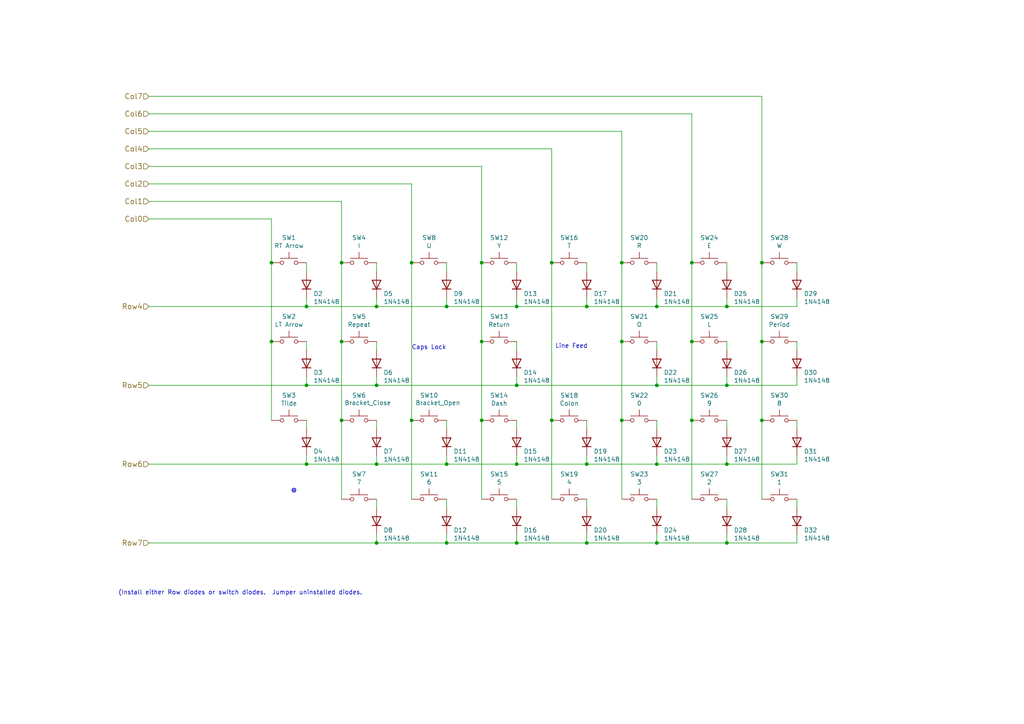
<source format=kicad_sch>
(kicad_sch (version 20230121) (generator eeschema)
  (paper "A4")
  (title_block (title "Unified Retro Keyboard") (date "2022-04-09") (rev "1.13") (company "OSIWeb.org") (comment 1 "Key matrix 1 of 2"))
  (junction (at 139.7 99.06))
  (junction (at 78.74 99.06))
  (junction (at 149.86 157.48))
  (junction (at 190.5 134.62))
  (junction (at 99.06 121.92))
  (junction (at 99.06 99.06))
  (junction (at 149.86 111.76))
  (junction (at 170.18 88.9))
  (junction (at 109.22 157.48))
  (junction (at 200.66 76.2))
  (junction (at 149.86 134.62))
  (junction (at 220.98 121.92))
  (junction (at 99.06 76.2))
  (junction (at 88.9 134.62))
  (junction (at 210.82 111.76))
  (junction (at 170.18 134.62))
  (junction (at 160.02 76.2))
  (junction (at 220.98 76.2))
  (junction (at 200.66 121.92))
  (junction (at 210.82 88.9))
  (junction (at 78.74 76.2))
  (junction (at 129.54 134.62))
  (junction (at 109.22 88.9))
  (junction (at 220.98 99.06))
  (junction (at 190.5 88.9))
  (junction (at 180.34 99.06))
  (junction (at 119.38 76.2))
  (junction (at 180.34 76.2))
  (junction (at 180.34 121.92))
  (junction (at 88.9 88.9))
  (junction (at 210.82 157.48))
  (junction (at 139.7 76.2))
  (junction (at 160.02 121.92))
  (junction (at 149.86 88.9))
  (junction (at 119.38 121.92))
  (junction (at 129.54 157.48))
  (junction (at 200.66 99.06))
  (junction (at 109.22 111.76))
  (junction (at 170.18 157.48))
  (junction (at 210.82 134.62))
  (junction (at 190.5 157.48))
  (junction (at 139.7 121.92))
  (junction (at 129.54 88.9))
  (junction (at 109.22 134.62))
  (junction (at 190.5 111.76))
  (junction (at 88.9 111.76))
  (wire (pts (xy 190.5 111.76) (xy 210.82 111.76)))
  (wire (pts (xy 190.5 109.22) (xy 190.5 111.76)))
  (wire (pts (xy 231.14 111.76) (xy 210.82 111.76)))
  (wire (pts (xy 210.82 101.6) (xy 210.82 99.06)))
  (wire (pts (xy 109.22 157.48) (xy 129.54 157.48)))
  (wire (pts (xy 119.38 53.34) (xy 119.38 76.2)))
  (wire (pts (xy 220.98 76.2) (xy 220.98 99.06)))
  (wire (pts (xy 78.74 63.5) (xy 78.74 76.2)))
  (wire (pts (xy 231.14 76.2) (xy 231.14 78.74)))
  (wire (pts (xy 139.7 99.06) (xy 139.7 121.92)))
  (wire (pts (xy 210.82 154.94) (xy 210.82 157.48)))
  (wire (pts (xy 43.18 53.34) (xy 119.38 53.34)))
  (wire (pts (xy 180.34 76.2) (xy 180.34 99.06)))
  (wire (pts (xy 43.18 58.42) (xy 99.06 58.42)))
  (wire (pts (xy 170.18 88.9) (xy 170.18 86.36)))
  (wire (pts (xy 170.18 76.2) (xy 170.18 78.74)))
  (wire (pts (xy 210.82 144.78) (xy 210.82 147.32)))
  (wire (pts (xy 220.98 27.94) (xy 220.98 76.2)))
  (wire (pts (xy 231.14 109.22) (xy 231.14 111.76)))
  (wire (pts (xy 149.86 124.46) (xy 149.86 121.92)))
  (wire (pts (xy 149.86 157.48) (xy 170.18 157.48)))
  (wire (pts (xy 129.54 134.62) (xy 149.86 134.62)))
  (wire (pts (xy 231.14 134.62) (xy 210.82 134.62)))
  (wire (pts (xy 170.18 88.9) (xy 190.5 88.9)))
  (wire (pts (xy 170.18 154.94) (xy 170.18 157.48)))
  (wire (pts (xy 109.22 88.9) (xy 109.22 86.36)))
  (wire (pts (xy 190.5 76.2) (xy 190.5 78.74)))
  (wire (pts (xy 109.22 76.2) (xy 109.22 78.74)))
  (wire (pts (xy 88.9 88.9) (xy 88.9 86.36)))
  (wire (pts (xy 129.54 88.9) (xy 129.54 86.36)))
  (wire (pts (xy 149.86 109.22) (xy 149.86 111.76)))
  (wire (pts (xy 200.66 76.2) (xy 200.66 99.06)))
  (wire (pts (xy 231.14 121.92) (xy 231.14 124.46)))
  (wire (pts (xy 109.22 124.46) (xy 109.22 121.92)))
  (wire (pts (xy 160.02 76.2) (xy 160.02 121.92)))
  (wire (pts (xy 220.98 121.92) (xy 220.98 144.78)))
  (wire (pts (xy 210.82 109.22) (xy 210.82 111.76)))
  (wire (pts (xy 149.86 111.76) (xy 190.5 111.76)))
  (wire (pts (xy 149.86 88.9) (xy 149.86 86.36)))
  (wire (pts (xy 43.18 134.62) (xy 88.9 134.62)))
  (wire (pts (xy 109.22 88.9) (xy 129.54 88.9)))
  (wire (pts (xy 88.9 124.46) (xy 88.9 121.92)))
  (wire (pts (xy 200.66 99.06) (xy 200.66 121.92)))
  (wire (pts (xy 99.06 76.2) (xy 99.06 99.06)))
  (wire (pts (xy 43.18 27.94) (xy 220.98 27.94)))
  (wire (pts (xy 231.14 101.6) (xy 231.14 99.06)))
  (wire (pts (xy 43.18 38.1) (xy 180.34 38.1)))
  (wire (pts (xy 139.7 48.26) (xy 139.7 76.2)))
  (wire (pts (xy 190.5 144.78) (xy 190.5 147.32)))
  (wire (pts (xy 139.7 121.92) (xy 139.7 144.78)))
  (wire (pts (xy 129.54 157.48) (xy 149.86 157.48)))
  (wire (pts (xy 170.18 157.48) (xy 190.5 157.48)))
  (wire (pts (xy 149.86 144.78) (xy 149.86 147.32)))
  (wire (pts (xy 190.5 88.9) (xy 190.5 86.36)))
  (wire (pts (xy 43.18 43.18) (xy 160.02 43.18)))
  (wire (pts (xy 43.18 33.02) (xy 200.66 33.02)))
  (wire (pts (xy 231.14 88.9) (xy 231.14 86.36)))
  (wire (pts (xy 190.5 134.62) (xy 210.82 134.62)))
  (wire (pts (xy 109.22 144.78) (xy 109.22 147.32)))
  (wire (pts (xy 170.18 124.46) (xy 170.18 121.92)))
  (wire (pts (xy 180.34 99.06) (xy 180.34 121.92)))
  (wire (pts (xy 129.54 154.94) (xy 129.54 157.48)))
  (wire (pts (xy 210.82 88.9) (xy 210.82 86.36)))
  (wire (pts (xy 43.18 111.76) (xy 88.9 111.76)))
  (wire (pts (xy 88.9 111.76) (xy 109.22 111.76)))
  (wire (pts (xy 190.5 121.92) (xy 190.5 124.46)))
  (wire (pts (xy 78.74 63.5) (xy 43.18 63.5)))
  (wire (pts (xy 109.22 132.08) (xy 109.22 134.62)))
  (wire (pts (xy 109.22 111.76) (xy 149.86 111.76)))
  (wire (pts (xy 78.74 76.2) (xy 78.74 99.06)))
  (wire (pts (xy 149.86 154.94) (xy 149.86 157.48)))
  (wire (pts (xy 220.98 99.06) (xy 220.98 121.92)))
  (wire (pts (xy 139.7 76.2) (xy 139.7 99.06)))
  (wire (pts (xy 88.9 134.62) (xy 109.22 134.62)))
  (wire (pts (xy 78.74 99.06) (xy 78.74 121.92)))
  (wire (pts (xy 99.06 99.06) (xy 99.06 121.92)))
  (wire (pts (xy 149.86 132.08) (xy 149.86 134.62)))
  (wire (pts (xy 43.18 157.48) (xy 109.22 157.48)))
  (wire (pts (xy 109.22 134.62) (xy 129.54 134.62)))
  (wire (pts (xy 119.38 121.92) (xy 119.38 144.78)))
  (wire (pts (xy 129.54 144.78) (xy 129.54 147.32)))
  (wire (pts (xy 99.06 58.42) (xy 99.06 76.2)))
  (wire (pts (xy 190.5 157.48) (xy 210.82 157.48)))
  (wire (pts (xy 88.9 109.22) (xy 88.9 111.76)))
  (wire (pts (xy 190.5 132.08) (xy 190.5 134.62)))
  (wire (pts (xy 231.14 157.48) (xy 210.82 157.48)))
  (wire (pts (xy 109.22 154.94) (xy 109.22 157.48)))
  (wire (pts (xy 129.54 88.9) (xy 149.86 88.9)))
  (wire (pts (xy 160.02 43.18) (xy 160.02 76.2)))
  (wire (pts (xy 180.34 38.1) (xy 180.34 76.2)))
  (wire (pts (xy 129.54 124.46) (xy 129.54 121.92)))
  (wire (pts (xy 43.18 48.26) (xy 139.7 48.26)))
  (wire (pts (xy 180.34 121.92) (xy 180.34 144.78)))
  (wire (pts (xy 231.14 154.94) (xy 231.14 157.48)))
  (wire (pts (xy 200.66 33.02) (xy 200.66 76.2)))
  (wire (pts (xy 170.18 132.08) (xy 170.18 134.62)))
  (wire (pts (xy 149.86 76.2) (xy 149.86 78.74)))
  (wire (pts (xy 109.22 99.06) (xy 109.22 101.6)))
  (wire (pts (xy 210.82 88.9) (xy 231.14 88.9)))
  (wire (pts (xy 88.9 132.08) (xy 88.9 134.62)))
  (wire (pts (xy 149.86 88.9) (xy 170.18 88.9)))
  (wire (pts (xy 160.02 121.92) (xy 160.02 144.78)))
  (wire (pts (xy 99.06 121.92) (xy 99.06 144.78)))
  (wire (pts (xy 210.82 76.2) (xy 210.82 78.74)))
  (wire (pts (xy 129.54 132.08) (xy 129.54 134.62)))
  (wire (pts (xy 119.38 76.2) (xy 119.38 121.92)))
  (wire (pts (xy 88.9 88.9) (xy 109.22 88.9)))
  (wire (pts (xy 149.86 101.6) (xy 149.86 99.06)))
  (wire (pts (xy 88.9 101.6) (xy 88.9 99.06)))
  (wire (pts (xy 88.9 78.74) (xy 88.9 76.2)))
  (wire (pts (xy 231.14 147.32) (xy 231.14 144.78)))
  (wire (pts (xy 231.14 132.08) (xy 231.14 134.62)))
  (wire (pts (xy 149.86 134.62) (xy 170.18 134.62)))
  (wire (pts (xy 170.18 134.62) (xy 190.5 134.62)))
  (wire (pts (xy 210.82 121.92) (xy 210.82 124.46)))
  (wire (pts (xy 190.5 101.6) (xy 190.5 99.06)))
  (wire (pts (xy 43.18 88.9) (xy 88.9 88.9)))
  (wire (pts (xy 190.5 88.9) (xy 210.82 88.9)))
  (wire (pts (xy 190.5 154.94) (xy 190.5 157.48)))
  (wire (pts (xy 129.54 78.74) (xy 129.54 76.2)))
  (wire (pts (xy 210.82 132.08) (xy 210.82 134.62)))
  (wire (pts (xy 200.66 121.92) (xy 200.66 144.78)))
  (wire (pts (xy 109.22 109.22) (xy 109.22 111.76)))
  (wire (pts (xy 170.18 144.78) (xy 170.18 147.32)))
  (text "@" (at 84.328 143.002 0) (effects (font (size 1.27 1.27)) (justify left bottom)))
  (text "Caps Lock" (at 119.38 101.6 0) (effects (font (size 1.27 1.27)) (justify left bottom)))
  (text "(Install either Row diodes or switch diodes.  Jumper uninstalled diodes." (at 34.29 172.72 0) (effects (font (size 1.27 1.27)) (justify left bottom)))
  (text "Line Feed" (at 161.036 101.219 0) (effects (font (size 1.27 1.27)) (justify left bottom)))
  (hierarchical_label "Row7" (shape input) (at 43.18 157.48 180) (effects (font (size 1.524 1.524))))
  (hierarchical_label "Col2" (shape input) (at 43.18 53.34 180) (effects (font (size 1.524 1.524))))
  (hierarchical_label "Row4" (shape input) (at 43.18 88.9 180) (effects (font (size 1.524 1.524))))
  (hierarchical_label "Col5" (shape input) (at 43.18 38.1 180) (effects (font (size 1.524 1.524))))
  (hierarchical_label "Row6" (shape input) (at 43.18 134.62 180) (effects (font (size 1.524 1.524))))
  (hierarchical_label "Col6" (shape input) (at 43.18 33.02 180) (effects (font (size 1.524 1.524))))
  (hierarchical_label "Col0" (shape input) (at 43.18 63.5 180) (effects (font (size 1.524 1.524))))
  (hierarchical_label "Col1" (shape input) (at 43.18 58.42 180) (effects (font (size 1.524 1.524))))
  (hierarchical_label "Row5" (shape input) (at 43.18 111.76 180) (effects (font (size 1.524 1.524))))
  (hierarchical_label "Col3" (shape input) (at 43.18 48.26 180) (effects (font (size 1.524 1.524))))
  (hierarchical_label "Col7" (shape input) (at 43.18 27.94 180) (effects (font (size 1.524 1.524))))
  (hierarchical_label "Col4" (shape input) (at 43.18 43.18 180) (effects (font (size 1.524 1.524))))
  (symbol (lib_id "unikbd:SW Cherry MX/Futaba 1U Style A") (at 83.82 76.2 0) (unit 1)
    (property "Reference" "SW1" (at 83.82 68.961 0))
    (property "Value" "RT Arrow" (at 83.82 71.2724 0))
    (property "Footprint" "unikbd:Key_MX" (effects hide))
    (property "Fitted" "NO" (effects hide))
    (property "Substitution OK" "NO" (effects hide))
    (property "Manufacturer" "Cherry" (effects hide))
    (property "Manufacturer Part Number" "MX1A-11NN" (effects hide))
    (property "Component Value" "Key" (effects hide))
    (property "Tolerance" "If applicable" (effects hide))
    (property "Manufacturer Link" "https://www.cherrymx.de/en/cherry-mx/mx-original/mx-black.html" (effects hide))
    (property "RoHS Document Link" "https://www.mouser.com/catalog/additional/Cherry_Electrical_Products_5409_RoHS_Certificate.pdf" (effects hide))
    (property "Manufacturer PN" "MX1A-11NN" (effects hide))
    (property "RoHS" "Yes" (effects hide))
    (property "Allow Substitution" "Yes" (effects hide))
    (property "Tracking" "No" (effects hide))
    (property "Component Type" "Switch" (effects hide))
    (property "Number of Pins" "2" (effects hide))
    (property "Temp (Operating)" "-40C/+170C" (effects hide))
    (property "Temp (Soldering)" "If applicable" (effects hide))
    (property "Temp Coeff." "If applicable" (effects hide))
    (property "Power Rating" "10 mA" (effects hide))
    (property "Material" "If applicable" (effects hide))
    (property "Class" "If applicable" (effects hide))
    (property "Standards Version" "1.1" (effects hide))
  )
  (symbol (lib_id "unikbd:SW Cherry MX/Futaba 1U Style A") (at 104.14 76.2 0) (unit 1)
    (property "Reference" "SW4" (at 104.14 68.961 0))
    (property "Value" "I" (at 104.14 71.2724 0))
    (property "Footprint" "unikbd:Key_MX" (effects hide))
    (property "Comment" "Common to all layouts" (effects hide))
    (property "Fitted" "YES" (effects hide))
    (property "Substitution OK" "NO" (effects hide))
    (property "Component Value" "Key" (effects hide))
    (property "Tolerance" "If applicable" (effects hide))
    (property "Manufacturer" "Cherry" (effects hide))
    (property "Manufacturer Link" "https://www.cherrymx.de/en/cherry-mx/mx-original/mx-black.html" (effects hide))
    (property "RoHS Document Link" "https://www.mouser.com/catalog/additional/Cherry_Electrical_Products_5409_RoHS_Certificate.pdf" (effects hide))
    (property "Manufacturer PN" "MX1A-11NN" (effects hide))
    (property "RoHS" "Yes" (effects hide))
    (property "Allow Substitution" "Yes" (effects hide))
    (property "Tracking" "No" (effects hide))
    (property "Component Type" "Switch" (effects hide))
    (property "Number of Pins" "2" (effects hide))
    (property "Temp (Operating)" "-40C/+170C" (effects hide))
    (property "Temp (Soldering)" "If applicable" (effects hide))
    (property "Temp Coeff." "If applicable" (effects hide))
    (property "Power Rating" "10 mA" (effects hide))
    (property "Material" "If applicable" (effects hide))
    (property "Class" "If applicable" (effects hide))
    (property "Standards Version" "1.1" (effects hide))
    (property "Manufacturer Part Number" "MX1A-11NN" (effects hide))
  )
  (symbol (lib_id "unikbd:SW Cherry MX/Futaba 1U Style A") (at 144.78 76.2 0) (unit 1)
    (property "Reference" "SW12" (at 144.78 68.961 0))
    (property "Value" "Y" (at 144.78 71.2724 0))
    (property "Footprint" "unikbd:Key_MX" (effects hide))
    (property "Comment" "Common to all layouts" (effects hide))
    (property "Fitted" "YES" (effects hide))
    (property "Substitution OK" "NO" (effects hide))
    (property "Component Value" "Key" (effects hide))
    (property "Tolerance" "If applicable" (effects hide))
    (property "Manufacturer" "Cherry" (effects hide))
    (property "Manufacturer Link" "https://www.cherrymx.de/en/cherry-mx/mx-original/mx-black.html" (effects hide))
    (property "RoHS Document Link" "https://www.mouser.com/catalog/additional/Cherry_Electrical_Products_5409_RoHS_Certificate.pdf" (effects hide))
    (property "Manufacturer PN" "MX1A-11NN" (effects hide))
    (property "RoHS" "Yes" (effects hide))
    (property "Allow Substitution" "Yes" (effects hide))
    (property "Tracking" "No" (effects hide))
    (property "Component Type" "Switch" (effects hide))
    (property "Number of Pins" "2" (effects hide))
    (property "Temp (Operating)" "-40C/+170C" (effects hide))
    (property "Temp (Soldering)" "If applicable" (effects hide))
    (property "Temp Coeff." "If applicable" (effects hide))
    (property "Power Rating" "10 mA" (effects hide))
    (property "Material" "If applicable" (effects hide))
    (property "Class" "If applicable" (effects hide))
    (property "Standards Version" "1.1" (effects hide))
    (property "Manufacturer Part Number" "MX1A-11NN" (effects hide))
  )
  (symbol (lib_id "unikbd:SW Cherry MX/Futaba 1U Style A") (at 124.46 76.2 0) (unit 1)
    (property "Reference" "SW8" (at 124.46 68.961 0))
    (property "Value" "U" (at 124.46 71.2724 0))
    (property "Footprint" "unikbd:Key_MX" (effects hide))
    (property "Comment" "Common to all layouts" (effects hide))
    (property "Fitted" "YES" (effects hide))
    (property "Substitution OK" "NO" (effects hide))
    (property "Component Value" "Key" (effects hide))
    (property "Tolerance" "If applicable" (effects hide))
    (property "Manufacturer" "Cherry" (effects hide))
    (property "Manufacturer Link" "https://www.cherrymx.de/en/cherry-mx/mx-original/mx-black.html" (effects hide))
    (property "RoHS Document Link" "https://www.mouser.com/catalog/additional/Cherry_Electrical_Products_5409_RoHS_Certificate.pdf" (effects hide))
    (property "Manufacturer PN" "MX1A-11NN" (effects hide))
    (property "RoHS" "Yes" (effects hide))
    (property "Allow Substitution" "Yes" (effects hide))
    (property "Tracking" "No" (effects hide))
    (property "Component Type" "Switch" (effects hide))
    (property "Number of Pins" "2" (effects hide))
    (property "Temp (Operating)" "-40C/+170C" (effects hide))
    (property "Temp (Soldering)" "If applicable" (effects hide))
    (property "Temp Coeff." "If applicable" (effects hide))
    (property "Power Rating" "10 mA" (effects hide))
    (property "Material" "If applicable" (effects hide))
    (property "Class" "If applicable" (effects hide))
    (property "Standards Version" "1.1" (effects hide))
    (property "Manufacturer Part Number" "MX1A-11NN" (effects hide))
  )
  (symbol (lib_id "unikbd:SW Cherry MX/Futaba 1U Style A") (at 165.1 76.2 0) (unit 1)
    (property "Reference" "SW16" (at 165.1 68.961 0))
    (property "Value" "T" (at 165.1 71.2724 0))
    (property "Footprint" "unikbd:Key_MX" (effects hide))
    (property "Comment" "Common to all layouts" (effects hide))
    (property "Fitted" "YES" (effects hide))
    (property "Substitution OK" "NO" (effects hide))
    (property "Component Value" "Key" (effects hide))
    (property "Tolerance" "If applicable" (effects hide))
    (property "Manufacturer" "Cherry" (effects hide))
    (property "Manufacturer Link" "https://www.cherrymx.de/en/cherry-mx/mx-original/mx-black.html" (effects hide))
    (property "RoHS Document Link" "https://www.mouser.com/catalog/additional/Cherry_Electrical_Products_5409_RoHS_Certificate.pdf" (effects hide))
    (property "Manufacturer PN" "MX1A-11NN" (effects hide))
    (property "RoHS" "Yes" (effects hide))
    (property "Allow Substitution" "Yes" (effects hide))
    (property "Tracking" "No" (effects hide))
    (property "Component Type" "Switch" (effects hide))
    (property "Number of Pins" "2" (effects hide))
    (property "Temp (Operating)" "-40C/+170C" (effects hide))
    (property "Temp (Soldering)" "If applicable" (effects hide))
    (property "Temp Coeff." "If applicable" (effects hide))
    (property "Power Rating" "10 mA" (effects hide))
    (property "Material" "If applicable" (effects hide))
    (property "Class" "If applicable" (effects hide))
    (property "Standards Version" "1.1" (effects hide))
    (property "Manufacturer Part Number" "MX1A-11NN" (effects hide))
  )
  (symbol (lib_id "unikbd:SW Cherry MX/Futaba 1U Style A") (at 185.42 76.2 0) (unit 1)
    (property "Reference" "SW20" (at 185.42 68.961 0))
    (property "Value" "R" (at 185.42 71.2724 0))
    (property "Footprint" "unikbd:Key_MX" (effects hide))
    (property "Comment" "Common to all layouts" (effects hide))
    (property "Fitted" "YES" (effects hide))
    (property "Substitution OK" "NO" (effects hide))
    (property "Component Value" "Key" (effects hide))
    (property "Tolerance" "If applicable" (effects hide))
    (property "Manufacturer" "Cherry" (effects hide))
    (property "Manufacturer Link" "https://www.cherrymx.de/en/cherry-mx/mx-original/mx-black.html" (effects hide))
    (property "RoHS Document Link" "https://www.mouser.com/catalog/additional/Cherry_Electrical_Products_5409_RoHS_Certificate.pdf" (effects hide))
    (property "Manufacturer PN" "MX1A-11NN" (effects hide))
    (property "RoHS" "Yes" (effects hide))
    (property "Allow Substitution" "Yes" (effects hide))
    (property "Tracking" "No" (effects hide))
    (property "Component Type" "Switch" (effects hide))
    (property "Number of Pins" "2" (effects hide))
    (property "Temp (Operating)" "-40C/+170C" (effects hide))
    (property "Temp (Soldering)" "If applicable" (effects hide))
    (property "Temp Coeff." "If applicable" (effects hide))
    (property "Power Rating" "10 mA" (effects hide))
    (property "Material" "If applicable" (effects hide))
    (property "Class" "If applicable" (effects hide))
    (property "Standards Version" "1.1" (effects hide))
    (property "Manufacturer Part Number" "MX1A-11NN" (effects hide))
  )
  (symbol (lib_id "unikbd:SW Cherry MX/Futaba 1U Style A") (at 226.06 76.2 0) (unit 1)
    (property "Reference" "SW28" (at 226.06 68.961 0))
    (property "Value" "W" (at 226.06 71.2724 0))
    (property "Footprint" "unikbd:Key_MX" (effects hide))
    (property "Comment" "Common to all layouts" (effects hide))
    (property "Fitted" "YES" (effects hide))
    (property "Substitution OK" "NO" (effects hide))
    (property "Component Value" "Key" (effects hide))
    (property "Tolerance" "If applicable" (effects hide))
    (property "Manufacturer" "Cherry" (effects hide))
    (property "Manufacturer Link" "https://www.cherrymx.de/en/cherry-mx/mx-original/mx-black.html" (effects hide))
    (property "RoHS Document Link" "https://www.mouser.com/catalog/additional/Cherry_Electrical_Products_5409_RoHS_Certificate.pdf" (effects hide))
    (property "Manufacturer PN" "MX1A-11NN" (effects hide))
    (property "RoHS" "Yes" (effects hide))
    (property "Allow Substitution" "Yes" (effects hide))
    (property "Tracking" "No" (effects hide))
    (property "Component Type" "Switch" (effects hide))
    (property "Number of Pins" "2" (effects hide))
    (property "Temp (Operating)" "-40C/+170C" (effects hide))
    (property "Temp (Soldering)" "If applicable" (effects hide))
    (property "Temp Coeff." "If applicable" (effects hide))
    (property "Power Rating" "10 mA" (effects hide))
    (property "Material" "If applicable" (effects hide))
    (property "Class" "If applicable" (effects hide))
    (property "Standards Version" "1.1" (effects hide))
    (property "Manufacturer Part Number" "MX1A-11NN" (effects hide))
  )
  (symbol (lib_id "unikbd:SW Cherry MX/Futaba 1U Style A") (at 205.74 76.2 0) (unit 1)
    (property "Reference" "SW24" (at 205.74 68.961 0))
    (property "Value" "E" (at 205.74 71.2724 0))
    (property "Footprint" "unikbd:Key_MX" (effects hide))
    (property "Comment" "Common to all layouts" (effects hide))
    (property "Fitted" "YES" (effects hide))
    (property "Substitution OK" "NO" (effects hide))
    (property "Component Value" "Key" (effects hide))
    (property "Tolerance" "If applicable" (effects hide))
    (property "Manufacturer" "Cherry" (effects hide))
    (property "Manufacturer Link" "https://www.cherrymx.de/en/cherry-mx/mx-original/mx-black.html" (effects hide))
    (property "RoHS Document Link" "https://www.mouser.com/catalog/additional/Cherry_Electrical_Products_5409_RoHS_Certificate.pdf" (effects hide))
    (property "Manufacturer PN" "MX1A-11NN" (effects hide))
    (property "RoHS" "Yes" (effects hide))
    (property "Allow Substitution" "Yes" (effects hide))
    (property "Tracking" "No" (effects hide))
    (property "Component Type" "Switch" (effects hide))
    (property "Number of Pins" "2" (effects hide))
    (property "Temp (Operating)" "-40C/+170C" (effects hide))
    (property "Temp (Soldering)" "If applicable" (effects hide))
    (property "Temp Coeff." "If applicable" (effects hide))
    (property "Power Rating" "10 mA" (effects hide))
    (property "Material" "If applicable" (effects hide))
    (property "Class" "If applicable" (effects hide))
    (property "Standards Version" "1.1" (effects hide))
    (property "Manufacturer Part Number" "MX1A-11NN" (effects hide))
  )
  (symbol (lib_id "unikbd:diode-combined") (at 109.22 86.36 90) (unit 1)
    (property "Reference" "D5" (at 111.2266 85.1916 90) (effects (justify right)))
    (property "Value" "1N4148" (at 111.2266 87.503 90) (effects (justify right)))
    (property "Footprint" "unikbd:diode-combined" (effects hide))
    (property "Datasheet" "https://www.diodes.com/assets/Datasheets/BAS16_MMBD4148_MMBD914.pdf" (effects hide))
    (property "Fitted" "Yes" (effects hide))
    (property "Substitution OK" " YES " (effects hide))
    (property "Comment" "<1.25V forward voltage.  " (effects hide))
    (property "Manufacturer" "Diodes, Inc." (effects hide))
    (property "Manufacturer Part Number" "MMBD914LT3G " (effects hide))
    (property "Package" " SOT-23-3 " (effects hide))
    (property "LCSC" "C118751" (effects hide))
    (property "Manufacturer PN" "MMBD914-7-F" (effects hide))
    (property "Component Value" "19N14/MMBD914" (effects hide))
    (property "Tolerance" "If applicable" (effects hide))
    (property "Manufacturer Link" "https://www.diodes.com/part/view/MMBD914" (effects hide))
    (property "RoHS Document Link" "https://www.diodes.com/assets/Quality-Reliability-Docs/Master_CofC.pdf" (effects hide))
    (property "RoHS" "Yes" (effects hide))
    (property "Allow Substitution" "Yes" (effects hide))
    (property "Tracking" "No" (effects hide))
    (property "BOM Comment" "Either SMT or Through-Hole part (1n914 or 1n4148) is fitted but not both.  " (effects hide))
    (property "Component Type" "Diode" (effects hide))
    (property "Package Type" "SOT3-3" (effects hide))
    (property "Number of Pins" "3" (effects hide))
    (property "Temp (Storage)" "If applicable" (effects hide))
    (property "Temp (Operating)" "-65C/150C" (effects hide))
    (property "Temp (Soldering)" "If applicable" (effects hide))
    (property "Temp Coeff." "If applicable" (effects hide))
    (property "Power Rating" "350 mW / 200 mA" (effects hide))
    (property "Material" "If applicable" (effects hide))
    (property "Class" "If applicable" (effects hide))
    (property "Standards Version" "1.1" (effects hide))
  )
  (symbol (lib_id "unikbd:diode-combined") (at 88.9 86.36 90) (unit 1)
    (property "Reference" "D2" (at 90.9066 85.1916 90) (effects (justify right)))
    (property "Value" "1N4148" (at 90.9066 87.503 90) (effects (justify right)))
    (property "Footprint" "unikbd:diode-combined" (effects hide))
    (property "Datasheet" "https://www.diodes.com/assets/Datasheets/BAS16_MMBD4148_MMBD914.pdf" (effects hide))
    (property "Fitted" "Yes" (effects hide))
    (property "Substitution OK" " YES " (effects hide))
    (property "Comment" "<1.25V forward voltage.  " (effects hide))
    (property "Manufacturer" "Diodes, Inc." (effects hide))
    (property "Manufacturer Part Number" "MMBD914LT3G " (effects hide))
    (property "Package" " SOT-23-3 " (effects hide))
    (property "LCSC" "C118751" (effects hide))
    (property "Manufacturer PN" "MMBD914-7-F" (effects hide))
    (property "Component Value" "19N14/MMBD914" (effects hide))
    (property "Tolerance" "If applicable" (effects hide))
    (property "Manufacturer Link" "https://www.diodes.com/part/view/MMBD914" (effects hide))
    (property "RoHS Document Link" "https://www.diodes.com/assets/Quality-Reliability-Docs/Master_CofC.pdf" (effects hide))
    (property "RoHS" "Yes" (effects hide))
    (property "Allow Substitution" "Yes" (effects hide))
    (property "Tracking" "No" (effects hide))
    (property "BOM Comment" "Either SMT or Through-Hole part (1n914 or 1n4148) is fitted but not both.  " (effects hide))
    (property "Component Type" "Diode" (effects hide))
    (property "Package Type" "SOT3-3" (effects hide))
    (property "Number of Pins" "3" (effects hide))
    (property "Temp (Storage)" "If applicable" (effects hide))
    (property "Temp (Operating)" "-65C/150C" (effects hide))
    (property "Temp (Soldering)" "If applicable" (effects hide))
    (property "Temp Coeff." "If applicable" (effects hide))
    (property "Power Rating" "350 mW / 200 mA" (effects hide))
    (property "Material" "If applicable" (effects hide))
    (property "Class" "If applicable" (effects hide))
    (property "Standards Version" "1.1" (effects hide))
  )
  (symbol (lib_id "unikbd:diode-combined") (at 129.54 86.36 90) (unit 1)
    (property "Reference" "D9" (at 131.5466 85.1916 90) (effects (justify right)))
    (property "Value" "1N4148" (at 131.5466 87.503 90) (effects (justify right)))
    (property "Footprint" "unikbd:diode-combined" (effects hide))
    (property "Datasheet" "https://www.diodes.com/assets/Datasheets/BAS16_MMBD4148_MMBD914.pdf" (effects hide))
    (property "Fitted" "Yes" (effects hide))
    (property "Substitution OK" " YES " (effects hide))
    (property "Comment" "<1.25V forward voltage.  " (effects hide))
    (property "Manufacturer" "Diodes, Inc." (effects hide))
    (property "Manufacturer Part Number" "MMBD914LT3G " (effects hide))
    (property "Package" " SOT-23-3 " (effects hide))
    (property "LCSC" "C118751" (effects hide))
    (property "Manufacturer PN" "MMBD914-7-F" (effects hide))
    (property "Component Value" "19N14/MMBD914" (effects hide))
    (property "Tolerance" "If applicable" (effects hide))
    (property "Manufacturer Link" "https://www.diodes.com/part/view/MMBD914" (effects hide))
    (property "RoHS Document Link" "https://www.diodes.com/assets/Quality-Reliability-Docs/Master_CofC.pdf" (effects hide))
    (property "RoHS" "Yes" (effects hide))
    (property "Allow Substitution" "Yes" (effects hide))
    (property "Tracking" "No" (effects hide))
    (property "BOM Comment" "Either SMT or Through-Hole part (1n914 or 1n4148) is fitted but not both.  " (effects hide))
    (property "Component Type" "Diode" (effects hide))
    (property "Package Type" "SOT3-3" (effects hide))
    (property "Number of Pins" "3" (effects hide))
    (property "Temp (Storage)" "If applicable" (effects hide))
    (property "Temp (Operating)" "-65C/150C" (effects hide))
    (property "Temp (Soldering)" "If applicable" (effects hide))
    (property "Temp Coeff." "If applicable" (effects hide))
    (property "Power Rating" "350 mW / 200 mA" (effects hide))
    (property "Material" "If applicable" (effects hide))
    (property "Class" "If applicable" (effects hide))
    (property "Standards Version" "1.1" (effects hide))
  )
  (symbol (lib_id "unikbd:diode-combined") (at 149.86 86.36 90) (unit 1)
    (property "Reference" "D13" (at 151.8666 85.1916 90) (effects (justify right)))
    (property "Value" "1N4148" (at 151.8666 87.503 90) (effects (justify right)))
    (property "Footprint" "unikbd:diode-combined" (effects hide))
    (property "Datasheet" "https://www.diodes.com/assets/Datasheets/BAS16_MMBD4148_MMBD914.pdf" (effects hide))
    (property "Fitted" "Yes" (effects hide))
    (property "Substitution OK" " YES " (effects hide))
    (property "Comment" "<1.25V forward voltage.  " (effects hide))
    (property "Manufacturer" "Diodes, Inc." (effects hide))
    (property "Manufacturer Part Number" "MMBD914LT3G " (effects hide))
    (property "Package" " SOT-23-3 " (effects hide))
    (property "LCSC" "C118751" (effects hide))
    (property "Manufacturer PN" "MMBD914-7-F" (effects hide))
    (property "Component Value" "19N14/MMBD914" (effects hide))
    (property "Tolerance" "If applicable" (effects hide))
    (property "Manufacturer Link" "https://www.diodes.com/part/view/MMBD914" (effects hide))
    (property "RoHS Document Link" "https://www.diodes.com/assets/Quality-Reliability-Docs/Master_CofC.pdf" (effects hide))
    (property "RoHS" "Yes" (effects hide))
    (property "Allow Substitution" "Yes" (effects hide))
    (property "Tracking" "No" (effects hide))
    (property "BOM Comment" "Either SMT or Through-Hole part (1n914 or 1n4148) is fitted but not both.  " (effects hide))
    (property "Component Type" "Diode" (effects hide))
    (property "Package Type" "SOT3-3" (effects hide))
    (property "Number of Pins" "3" (effects hide))
    (property "Temp (Storage)" "If applicable" (effects hide))
    (property "Temp (Operating)" "-65C/150C" (effects hide))
    (property "Temp (Soldering)" "If applicable" (effects hide))
    (property "Temp Coeff." "If applicable" (effects hide))
    (property "Power Rating" "350 mW / 200 mA" (effects hide))
    (property "Material" "If applicable" (effects hide))
    (property "Class" "If applicable" (effects hide))
    (property "Standards Version" "1.1" (effects hide))
  )
  (symbol (lib_id "unikbd:diode-combined") (at 170.18 86.36 90) (unit 1)
    (property "Reference" "D17" (at 172.1866 85.1916 90) (effects (justify right)))
    (property "Value" "1N4148" (at 172.1866 87.503 90) (effects (justify right)))
    (property "Footprint" "unikbd:diode-combined" (effects hide))
    (property "Datasheet" "https://www.diodes.com/assets/Datasheets/BAS16_MMBD4148_MMBD914.pdf" (effects hide))
    (property "Fitted" "Yes" (effects hide))
    (property "Substitution OK" " YES " (effects hide))
    (property "Comment" "<1.25V forward voltage.  " (effects hide))
    (property "Manufacturer" "Diodes, Inc." (effects hide))
    (property "Manufacturer Part Number" "MMBD914LT3G " (effects hide))
    (property "Package" " SOT-23-3 " (effects hide))
    (property "LCSC" "C118751" (effects hide))
    (property "Manufacturer PN" "MMBD914-7-F" (effects hide))
    (property "Component Value" "19N14/MMBD914" (effects hide))
    (property "Tolerance" "If applicable" (effects hide))
    (property "Manufacturer Link" "https://www.diodes.com/part/view/MMBD914" (effects hide))
    (property "RoHS Document Link" "https://www.diodes.com/assets/Quality-Reliability-Docs/Master_CofC.pdf" (effects hide))
    (property "RoHS" "Yes" (effects hide))
    (property "Allow Substitution" "Yes" (effects hide))
    (property "Tracking" "No" (effects hide))
    (property "BOM Comment" "Either SMT or Through-Hole part (1n914 or 1n4148) is fitted but not both.  " (effects hide))
    (property "Component Type" "Diode" (effects hide))
    (property "Package Type" "SOT3-3" (effects hide))
    (property "Number of Pins" "3" (effects hide))
    (property "Temp (Storage)" "If applicable" (effects hide))
    (property "Temp (Operating)" "-65C/150C" (effects hide))
    (property "Temp (Soldering)" "If applicable" (effects hide))
    (property "Temp Coeff." "If applicable" (effects hide))
    (property "Power Rating" "350 mW / 200 mA" (effects hide))
    (property "Material" "If applicable" (effects hide))
    (property "Class" "If applicable" (effects hide))
    (property "Standards Version" "1.1" (effects hide))
  )
  (symbol (lib_id "unikbd:diode-combined") (at 190.5 86.36 90) (unit 1)
    (property "Reference" "D21" (at 192.5066 85.1916 90) (effects (justify right)))
    (property "Value" "1N4148" (at 192.5066 87.503 90) (effects (justify right)))
    (property "Footprint" "unikbd:diode-combined" (effects hide))
    (property "Datasheet" "https://www.diodes.com/assets/Datasheets/BAS16_MMBD4148_MMBD914.pdf" (effects hide))
    (property "Fitted" "Yes" (effects hide))
    (property "Substitution OK" " YES " (effects hide))
    (property "Comment" "<1.25V forward voltage.  " (effects hide))
    (property "Manufacturer" "Diodes, Inc." (effects hide))
    (property "Manufacturer Part Number" "MMBD914LT3G " (effects hide))
    (property "Package" " SOT-23-3 " (effects hide))
    (property "LCSC" "C118751" (effects hide))
    (property "Manufacturer PN" "MMBD914-7-F" (effects hide))
    (property "Component Value" "19N14/MMBD914" (effects hide))
    (property "Tolerance" "If applicable" (effects hide))
    (property "Manufacturer Link" "https://www.diodes.com/part/view/MMBD914" (effects hide))
    (property "RoHS Document Link" "https://www.diodes.com/assets/Quality-Reliability-Docs/Master_CofC.pdf" (effects hide))
    (property "RoHS" "Yes" (effects hide))
    (property "Allow Substitution" "Yes" (effects hide))
    (property "Tracking" "No" (effects hide))
    (property "BOM Comment" "Either SMT or Through-Hole part (1n914 or 1n4148) is fitted but not both.  " (effects hide))
    (property "Component Type" "Diode" (effects hide))
    (property "Package Type" "SOT3-3" (effects hide))
    (property "Number of Pins" "3" (effects hide))
    (property "Temp (Storage)" "If applicable" (effects hide))
    (property "Temp (Operating)" "-65C/150C" (effects hide))
    (property "Temp (Soldering)" "If applicable" (effects hide))
    (property "Temp Coeff." "If applicable" (effects hide))
    (property "Power Rating" "350 mW / 200 mA" (effects hide))
    (property "Material" "If applicable" (effects hide))
    (property "Class" "If applicable" (effects hide))
    (property "Standards Version" "1.1" (effects hide))
  )
  (symbol (lib_id "unikbd:diode-combined") (at 210.82 86.36 90) (unit 1)
    (property "Reference" "D25" (at 212.8266 85.1916 90) (effects (justify right)))
    (property "Value" "1N4148" (at 212.8266 87.503 90) (effects (justify right)))
    (property "Footprint" "unikbd:diode-combined" (effects hide))
    (property "Datasheet" "https://www.diodes.com/assets/Datasheets/BAS16_MMBD4148_MMBD914.pdf" (effects hide))
    (property "Fitted" "Yes" (effects hide))
    (property "Substitution OK" " YES " (effects hide))
    (property "Comment" "<1.25V forward voltage.  " (effects hide))
    (property "Manufacturer" "Diodes, Inc." (effects hide))
    (property "Manufacturer Part Number" "MMBD914LT3G " (effects hide))
    (property "Package" " SOT-23-3 " (effects hide))
    (property "LCSC" "C118751" (effects hide))
    (property "Manufacturer PN" "MMBD914-7-F" (effects hide))
    (property "Component Value" "19N14/MMBD914" (effects hide))
    (property "Tolerance" "If applicable" (effects hide))
    (property "Manufacturer Link" "https://www.diodes.com/part/view/MMBD914" (effects hide))
    (property "RoHS Document Link" "https://www.diodes.com/assets/Quality-Reliability-Docs/Master_CofC.pdf" (effects hide))
    (property "RoHS" "Yes" (effects hide))
    (property "Allow Substitution" "Yes" (effects hide))
    (property "Tracking" "No" (effects hide))
    (property "BOM Comment" "Either SMT or Through-Hole part (1n914 or 1n4148) is fitted but not both.  " (effects hide))
    (property "Component Type" "Diode" (effects hide))
    (property "Package Type" "SOT3-3" (effects hide))
    (property "Number of Pins" "3" (effects hide))
    (property "Temp (Storage)" "If applicable" (effects hide))
    (property "Temp (Operating)" "-65C/150C" (effects hide))
    (property "Temp (Soldering)" "If applicable" (effects hide))
    (property "Temp Coeff." "If applicable" (effects hide))
    (property "Power Rating" "350 mW / 200 mA" (effects hide))
    (property "Material" "If applicable" (effects hide))
    (property "Class" "If applicable" (effects hide))
    (property "Standards Version" "1.1" (effects hide))
  )
  (symbol (lib_id "unikbd:diode-combined") (at 231.14 86.36 90) (unit 1)
    (property "Reference" "D29" (at 233.1466 85.1916 90) (effects (justify right)))
    (property "Value" "1N4148" (at 233.1466 87.503 90) (effects (justify right)))
    (property "Footprint" "unikbd:diode-combined" (effects hide))
    (property "Datasheet" "https://www.diodes.com/assets/Datasheets/BAS16_MMBD4148_MMBD914.pdf" (effects hide))
    (property "Fitted" "Yes" (effects hide))
    (property "Substitution OK" " YES " (effects hide))
    (property "Comment" "<1.25V forward voltage.  " (effects hide))
    (property "Manufacturer" "Diodes, Inc." (effects hide))
    (property "Manufacturer Part Number" "MMBD914LT3G " (effects hide))
    (property "Package" " SOT-23-3 " (effects hide))
    (property "LCSC" "C118751" (effects hide))
    (property "Manufacturer PN" "MMBD914-7-F" (effects hide))
    (property "Component Value" "19N14/MMBD914" (effects hide))
    (property "Tolerance" "If applicable" (effects hide))
    (property "Manufacturer Link" "https://www.diodes.com/part/view/MMBD914" (effects hide))
    (property "RoHS Document Link" "https://www.diodes.com/assets/Quality-Reliability-Docs/Master_CofC.pdf" (effects hide))
    (property "RoHS" "Yes" (effects hide))
    (property "Allow Substitution" "Yes" (effects hide))
    (property "Tracking" "No" (effects hide))
    (property "BOM Comment" "Either SMT or Through-Hole part (1n914 or 1n4148) is fitted but not both.  " (effects hide))
    (property "Component Type" "Diode" (effects hide))
    (property "Package Type" "SOT3-3" (effects hide))
    (property "Number of Pins" "3" (effects hide))
    (property "Temp (Storage)" "If applicable" (effects hide))
    (property "Temp (Operating)" "-65C/150C" (effects hide))
    (property "Temp (Soldering)" "If applicable" (effects hide))
    (property "Temp Coeff." "If applicable" (effects hide))
    (property "Power Rating" "350 mW / 200 mA" (effects hide))
    (property "Material" "If applicable" (effects hide))
    (property "Class" "If applicable" (effects hide))
    (property "Standards Version" "1.1" (effects hide))
  )
  (symbol (lib_id "unikbd:SW Cherry MX/Futaba 1U Style A") (at 83.82 99.06 0) (unit 1)
    (property "Reference" "SW2" (at 83.82 91.821 0))
    (property "Value" "LT Arrow" (at 83.82 94.1324 0))
    (property "Footprint" "unikbd:Key_MX" (effects hide))
    (property "Fitted" "NO" (effects hide))
    (property "Substitution OK" "NO" (effects hide))
    (property "Component Value" "Key" (effects hide))
    (property "Tolerance" "If applicable" (effects hide))
    (property "Manufacturer" "Cherry" (effects hide))
    (property "Manufacturer Link" "https://www.cherrymx.de/en/cherry-mx/mx-original/mx-black.html" (effects hide))
    (property "RoHS Document Link" "https://www.mouser.com/catalog/additional/Cherry_Electrical_Products_5409_RoHS_Certificate.pdf" (effects hide))
    (property "Manufacturer PN" "MX1A-11NN" (effects hide))
    (property "RoHS" "Yes" (effects hide))
    (property "Allow Substitution" "Yes" (effects hide))
    (property "Tracking" "No" (effects hide))
    (property "Component Type" "Switch" (effects hide))
    (property "Number of Pins" "2" (effects hide))
    (property "Temp (Operating)" "-40C/+170C" (effects hide))
    (property "Temp (Soldering)" "If applicable" (effects hide))
    (property "Temp Coeff." "If applicable" (effects hide))
    (property "Power Rating" "10 mA" (effects hide))
    (property "Material" "If applicable" (effects hide))
    (property "Class" "If applicable" (effects hide))
    (property "Standards Version" "1.1" (effects hide))
    (property "Manufacturer Part Number" "MX1A-11NN" (effects hide))
  )
  (symbol (lib_id "unikbd:SW Cherry MX/Futaba 1U Style A") (at 104.14 99.06 0) (unit 1)
    (property "Reference" "SW5" (at 104.14 91.821 0))
    (property "Value" "Repeat" (at 104.14 94.1324 0))
    (property "Footprint" "unikbd:Key_MX" (effects hide))
    (property "Fitted" "NO" (effects hide))
    (property "Substitution OK" "NO" (effects hide))
    (property "Component Value" "Key" (effects hide))
    (property "Tolerance" "If applicable" (effects hide))
    (property "Manufacturer" "Cherry" (effects hide))
    (property "Manufacturer Link" "https://www.cherrymx.de/en/cherry-mx/mx-original/mx-black.html" (effects hide))
    (property "RoHS Document Link" "https://www.mouser.com/catalog/additional/Cherry_Electrical_Products_5409_RoHS_Certificate.pdf" (effects hide))
    (property "Manufacturer PN" "MX1A-11NN" (effects hide))
    (property "RoHS" "Yes" (effects hide))
    (property "Allow Substitution" "Yes" (effects hide))
    (property "Tracking" "No" (effects hide))
    (property "Component Type" "Switch" (effects hide))
    (property "Number of Pins" "2" (effects hide))
    (property "Temp (Operating)" "-40C/+170C" (effects hide))
    (property "Temp (Soldering)" "If applicable" (effects hide))
    (property "Temp Coeff." "If applicable" (effects hide))
    (property "Power Rating" "10 mA" (effects hide))
    (property "Material" "If applicable" (effects hide))
    (property "Class" "If applicable" (effects hide))
    (property "Standards Version" "1.1" (effects hide))
    (property "Manufacturer Part Number" "MX1A-11NN" (effects hide))
  )
  (symbol (lib_id "unikbd:SW Cherry MX/Futaba 1U Style A") (at 144.78 99.06 0) (unit 1)
    (property "Reference" "SW13" (at 144.78 91.821 0))
    (property "Value" "Return" (at 144.78 94.1324 0))
    (property "Footprint" "unikbd:Key_MX" (effects hide))
    (property "Comment" "Common to all layouts" (effects hide))
    (property "Fitted" "YES" (effects hide))
    (property "Substitution OK" "NO" (effects hide))
    (property "Component Value" "Key" (effects hide))
    (property "Tolerance" "If applicable" (effects hide))
    (property "Manufacturer" "Cherry" (effects hide))
    (property "Manufacturer Link" "https://www.cherrymx.de/en/cherry-mx/mx-original/mx-black.html" (effects hide))
    (property "RoHS Document Link" "https://www.mouser.com/catalog/additional/Cherry_Electrical_Products_5409_RoHS_Certificate.pdf" (effects hide))
    (property "Manufacturer PN" "MX1A-11NN" (effects hide))
    (property "RoHS" "Yes" (effects hide))
    (property "Allow Substitution" "Yes" (effects hide))
    (property "Tracking" "No" (effects hide))
    (property "BOM Comment" "1.5U" (effects hide))
    (property "Component Type" "Switch" (effects hide))
    (property "Number of Pins" "2" (effects hide))
    (property "Temp (Operating)" "-40C/+170C" (effects hide))
    (property "Temp (Soldering)" "If applicable" (effects hide))
    (property "Temp Coeff." "If applicable" (effects hide))
    (property "Power Rating" "10 mA" (effects hide))
    (property "Material" "If applicable" (effects hide))
    (property "Class" "If applicable" (effects hide))
    (property "Standards Version" "1.1" (effects hide))
    (property "Manufacturer Part Number" "MX1A-11NN" (effects hide))
  )
  (symbol (lib_id "unikbd:SW Cherry MX/Futaba 1U Style A") (at 185.42 99.06 0) (unit 1)
    (property "Reference" "SW21" (at 185.42 91.821 0))
    (property "Value" "O" (at 185.42 94.1324 0))
    (property "Footprint" "unikbd:Key_MX" (effects hide))
    (property "Comment" "Common to all layouts" (effects hide))
    (property "Fitted" "YES" (effects hide))
    (property "Substitution OK" "NO" (effects hide))
    (property "Component Value" "Key" (effects hide))
    (property "Tolerance" "If applicable" (effects hide))
    (property "Manufacturer" "Cherry" (effects hide))
    (property "Manufacturer Link" "https://www.cherrymx.de/en/cherry-mx/mx-original/mx-black.html" (effects hide))
    (property "RoHS Document Link" "https://www.mouser.com/catalog/additional/Cherry_Electrical_Products_5409_RoHS_Certificate.pdf" (effects hide))
    (property "Manufacturer PN" "MX1A-11NN" (effects hide))
    (property "RoHS" "Yes" (effects hide))
    (property "Allow Substitution" "Yes" (effects hide))
    (property "Tracking" "No" (effects hide))
    (property "Component Type" "Switch" (effects hide))
    (property "Number of Pins" "2" (effects hide))
    (property "Temp (Operating)" "-40C/+170C" (effects hide))
    (property "Temp (Soldering)" "If applicable" (effects hide))
    (property "Temp Coeff." "If applicable" (effects hide))
    (property "Power Rating" "10 mA" (effects hide))
    (property "Material" "If applicable" (effects hide))
    (property "Class" "If applicable" (effects hide))
    (property "Standards Version" "1.1" (effects hide))
    (property "Manufacturer Part Number" "MX1A-11NN" (effects hide))
  )
  (symbol (lib_id "unikbd:SW Cherry MX/Futaba 1U Style A") (at 226.06 99.06 0) (unit 1)
    (property "Reference" "SW29" (at 226.06 91.821 0))
    (property "Value" "Period" (at 226.06 94.1324 0))
    (property "Footprint" "unikbd:Key_MX" (effects hide))
    (property "Comment" "Common to all layouts" (effects hide))
    (property "Fitted" "YES" (effects hide))
    (property "Substitution OK" "NO" (effects hide))
    (property "Component Value" "Key" (effects hide))
    (property "Tolerance" "If applicable" (effects hide))
    (property "Manufacturer" "Cherry" (effects hide))
    (property "Manufacturer Link" "https://www.cherrymx.de/en/cherry-mx/mx-original/mx-black.html" (effects hide))
    (property "RoHS Document Link" "https://www.mouser.com/catalog/additional/Cherry_Electrical_Products_5409_RoHS_Certificate.pdf" (effects hide))
    (property "Manufacturer PN" "MX1A-11NN" (effects hide))
    (property "RoHS" "Yes" (effects hide))
    (property "Allow Substitution" "Yes" (effects hide))
    (property "Tracking" "No" (effects hide))
    (property "Component Type" "Switch" (effects hide))
    (property "Number of Pins" "2" (effects hide))
    (property "Temp (Operating)" "-40C/+170C" (effects hide))
    (property "Temp (Soldering)" "If applicable" (effects hide))
    (property "Temp Coeff." "If applicable" (effects hide))
    (property "Power Rating" "10 mA" (effects hide))
    (property "Material" "If applicable" (effects hide))
    (property "Class" "If applicable" (effects hide))
    (property "Standards Version" "1.1" (effects hide))
    (property "Manufacturer Part Number" "MX1A-11NN" (effects hide))
  )
  (symbol (lib_id "unikbd:SW Cherry MX/Futaba 1U Style A") (at 205.74 99.06 0) (unit 1)
    (property "Reference" "SW25" (at 205.74 91.821 0))
    (property "Value" "L" (at 205.74 94.1324 0))
    (property "Footprint" "unikbd:Key_MX" (effects hide))
    (property "Comment" "Common to all layouts" (effects hide))
    (property "Fitted" "YES" (effects hide))
    (property "Substitution OK" "NO" (effects hide))
    (property "Component Value" "Key" (effects hide))
    (property "Tolerance" "If applicable" (effects hide))
    (property "Manufacturer" "Cherry" (effects hide))
    (property "Manufacturer Link" "https://www.cherrymx.de/en/cherry-mx/mx-original/mx-black.html" (effects hide))
    (property "RoHS Document Link" "https://www.mouser.com/catalog/additional/Cherry_Electrical_Products_5409_RoHS_Certificate.pdf" (effects hide))
    (property "Manufacturer PN" "MX1A-11NN" (effects hide))
    (property "RoHS" "Yes" (effects hide))
    (property "Allow Substitution" "Yes" (effects hide))
    (property "Tracking" "No" (effects hide))
    (property "Component Type" "Switch" (effects hide))
    (property "Number of Pins" "2" (effects hide))
    (property "Temp (Operating)" "-40C/+170C" (effects hide))
    (property "Temp (Soldering)" "If applicable" (effects hide))
    (property "Temp Coeff." "If applicable" (effects hide))
    (property "Power Rating" "10 mA" (effects hide))
    (property "Material" "If applicable" (effects hide))
    (property "Class" "If applicable" (effects hide))
    (property "Standards Version" "1.1" (effects hide))
    (property "Manufacturer Part Number" "MX1A-11NN" (effects hide))
  )
  (symbol (lib_id "unikbd:diode-combined") (at 109.22 109.22 90) (unit 1)
    (property "Reference" "D6" (at 111.2266 108.0516 90) (effects (justify right)))
    (property "Value" "1N4148" (at 111.2266 110.363 90) (effects (justify right)))
    (property "Footprint" "unikbd:diode-combined" (effects hide))
    (property "Datasheet" "https://www.diodes.com/assets/Datasheets/BAS16_MMBD4148_MMBD914.pdf" (effects hide))
    (property "Fitted" "Yes" (effects hide))
    (property "Substitution OK" " YES " (effects hide))
    (property "Comment" "<1.25V forward voltage.  " (effects hide))
    (property "Manufacturer" "Diodes, Inc." (effects hide))
    (property "Manufacturer Part Number" "MMBD914LT3G " (effects hide))
    (property "Package" " SOT-23-3 " (effects hide))
    (property "LCSC" "C118751" (effects hide))
    (property "Manufacturer PN" "MMBD914-7-F" (effects hide))
    (property "Component Value" "19N14/MMBD914" (effects hide))
    (property "Tolerance" "If applicable" (effects hide))
    (property "Manufacturer Link" "https://www.diodes.com/part/view/MMBD914" (effects hide))
    (property "RoHS Document Link" "https://www.diodes.com/assets/Quality-Reliability-Docs/Master_CofC.pdf" (effects hide))
    (property "RoHS" "Yes" (effects hide))
    (property "Allow Substitution" "Yes" (effects hide))
    (property "Tracking" "No" (effects hide))
    (property "BOM Comment" "Either SMT or Through-Hole part (1n914 or 1n4148) is fitted but not both.  " (effects hide))
    (property "Component Type" "Diode" (effects hide))
    (property "Package Type" "SOT3-3" (effects hide))
    (property "Number of Pins" "3" (effects hide))
    (property "Temp (Storage)" "If applicable" (effects hide))
    (property "Temp (Operating)" "-65C/150C" (effects hide))
    (property "Temp (Soldering)" "If applicable" (effects hide))
    (property "Temp Coeff." "If applicable" (effects hide))
    (property "Power Rating" "350 mW / 200 mA" (effects hide))
    (property "Material" "If applicable" (effects hide))
    (property "Class" "If applicable" (effects hide))
    (property "Standards Version" "1.1" (effects hide))
  )
  (symbol (lib_id "unikbd:diode-combined") (at 88.9 109.22 90) (unit 1)
    (property "Reference" "D3" (at 90.9066 108.0516 90) (effects (justify right)))
    (property "Value" "1N4148" (at 90.9066 110.363 90) (effects (justify right)))
    (property "Footprint" "unikbd:diode-combined" (effects hide))
    (property "Datasheet" "https://www.diodes.com/assets/Datasheets/BAS16_MMBD4148_MMBD914.pdf" (effects hide))
    (property "Fitted" "Yes" (effects hide))
    (property "Substitution OK" " YES " (effects hide))
    (property "Comment" "<1.25V forward voltage.  " (effects hide))
    (property "Manufacturer" "Diodes, Inc." (effects hide))
    (property "Manufacturer Part Number" "MMBD914LT3G " (effects hide))
    (property "Package" " SOT-23-3 " (effects hide))
    (property "LCSC" "C118751" (effects hide))
    (property "Manufacturer PN" "MMBD914-7-F" (effects hide))
    (property "Component Value" "19N14/MMBD914" (effects hide))
    (property "Tolerance" "If applicable" (effects hide))
    (property "Manufacturer Link" "https://www.diodes.com/part/view/MMBD914" (effects hide))
    (property "RoHS Document Link" "https://www.diodes.com/assets/Quality-Reliability-Docs/Master_CofC.pdf" (effects hide))
    (property "RoHS" "Yes" (effects hide))
    (property "Allow Substitution" "Yes" (effects hide))
    (property "Tracking" "No" (effects hide))
    (property "BOM Comment" "Either SMT or Through-Hole part (1n914 or 1n4148) is fitted but not both.  " (effects hide))
    (property "Component Type" "Diode" (effects hide))
    (property "Package Type" "SOT3-3" (effects hide))
    (property "Number of Pins" "3" (effects hide))
    (property "Temp (Storage)" "If applicable" (effects hide))
    (property "Temp (Operating)" "-65C/150C" (effects hide))
    (property "Temp (Soldering)" "If applicable" (effects hide))
    (property "Temp Coeff." "If applicable" (effects hide))
    (property "Power Rating" "350 mW / 200 mA" (effects hide))
    (property "Material" "If applicable" (effects hide))
    (property "Class" "If applicable" (effects hide))
    (property "Standards Version" "1.1" (effects hide))
  )
  (symbol (lib_id "unikbd:diode-combined") (at 149.86 109.22 90) (unit 1)
    (property "Reference" "D14" (at 151.8666 108.0516 90) (effects (justify right)))
    (property "Value" "1N4148" (at 151.8666 110.363 90) (effects (justify right)))
    (property "Footprint" "unikbd:diode-combined" (effects hide))
    (property "Datasheet" "https://www.diodes.com/assets/Datasheets/BAS16_MMBD4148_MMBD914.pdf" (effects hide))
    (property "Fitted" "Yes" (effects hide))
    (property "Substitution OK" " YES " (effects hide))
    (property "Comment" "<1.25V forward voltage.  " (effects hide))
    (property "Manufacturer" "Diodes, Inc." (effects hide))
    (property "Manufacturer Part Number" "MMBD914LT3G " (effects hide))
    (property "Package" " SOT-23-3 " (effects hide))
    (property "LCSC" "C118751" (effects hide))
    (property "Manufacturer PN" "MMBD914-7-F" (effects hide))
    (property "Component Value" "19N14/MMBD914" (effects hide))
    (property "Tolerance" "If applicable" (effects hide))
    (property "Manufacturer Link" "https://www.diodes.com/part/view/MMBD914" (effects hide))
    (property "RoHS Document Link" "https://www.diodes.com/assets/Quality-Reliability-Docs/Master_CofC.pdf" (effects hide))
    (property "RoHS" "Yes" (effects hide))
    (property "Allow Substitution" "Yes" (effects hide))
    (property "Tracking" "No" (effects hide))
    (property "BOM Comment" "Either SMT or Through-Hole part (1n914 or 1n4148) is fitted but not both.  " (effects hide))
    (property "Component Type" "Diode" (effects hide))
    (property "Package Type" "SOT3-3" (effects hide))
    (property "Number of Pins" "3" (effects hide))
    (property "Temp (Storage)" "If applicable" (effects hide))
    (property "Temp (Operating)" "-65C/150C" (effects hide))
    (property "Temp (Soldering)" "If applicable" (effects hide))
    (property "Temp Coeff." "If applicable" (effects hide))
    (property "Power Rating" "350 mW / 200 mA" (effects hide))
    (property "Material" "If applicable" (effects hide))
    (property "Class" "If applicable" (effects hide))
    (property "Standards Version" "1.1" (effects hide))
  )
  (symbol (lib_id "unikbd:diode-combined") (at 190.5 109.22 90) (unit 1)
    (property "Reference" "D22" (at 192.5066 108.0516 90) (effects (justify right)))
    (property "Value" "1N4148" (at 192.5066 110.363 90) (effects (justify right)))
    (property "Footprint" "unikbd:diode-combined" (effects hide))
    (property "Datasheet" "https://www.diodes.com/assets/Datasheets/BAS16_MMBD4148_MMBD914.pdf" (effects hide))
    (property "Fitted" "Yes" (effects hide))
    (property "Substitution OK" " YES " (effects hide))
    (property "Comment" "<1.25V forward voltage.  " (effects hide))
    (property "Manufacturer" "Diodes, Inc." (effects hide))
    (property "Manufacturer Part Number" "MMBD914LT3G " (effects hide))
    (property "Package" " SOT-23-3 " (effects hide))
    (property "LCSC" "C118751" (effects hide))
    (property "Manufacturer PN" "MMBD914-7-F" (effects hide))
    (property "Component Value" "19N14/MMBD914" (effects hide))
    (property "Tolerance" "If applicable" (effects hide))
    (property "Manufacturer Link" "https://www.diodes.com/part/view/MMBD914" (effects hide))
    (property "RoHS Document Link" "https://www.diodes.com/assets/Quality-Reliability-Docs/Master_CofC.pdf" (effects hide))
    (property "RoHS" "Yes" (effects hide))
    (property "Allow Substitution" "Yes" (effects hide))
    (property "Tracking" "No" (effects hide))
    (property "BOM Comment" "Either SMT or Through-Hole part (1n914 or 1n4148) is fitted but not both.  " (effects hide))
    (property "Component Type" "Diode" (effects hide))
    (property "Package Type" "SOT3-3" (effects hide))
    (property "Number of Pins" "3" (effects hide))
    (property "Temp (Storage)" "If applicable" (effects hide))
    (property "Temp (Operating)" "-65C/150C" (effects hide))
    (property "Temp (Soldering)" "If applicable" (effects hide))
    (property "Temp Coeff." "If applicable" (effects hide))
    (property "Power Rating" "350 mW / 200 mA" (effects hide))
    (property "Material" "If applicable" (effects hide))
    (property "Class" "If applicable" (effects hide))
    (property "Standards Version" "1.1" (effects hide))
  )
  (symbol (lib_id "unikbd:diode-combined") (at 210.82 109.22 90) (unit 1)
    (property "Reference" "D26" (at 212.8266 108.0516 90) (effects (justify right)))
    (property "Value" "1N4148" (at 212.8266 110.363 90) (effects (justify right)))
    (property "Footprint" "unikbd:diode-combined" (effects hide))
    (property "Datasheet" "https://www.diodes.com/assets/Datasheets/BAS16_MMBD4148_MMBD914.pdf" (effects hide))
    (property "Fitted" "Yes" (effects hide))
    (property "Substitution OK" " YES " (effects hide))
    (property "Comment" "<1.25V forward voltage.  " (effects hide))
    (property "Manufacturer" "Diodes, Inc." (effects hide))
    (property "Manufacturer Part Number" "MMBD914LT3G " (effects hide))
    (property "Package" " SOT-23-3 " (effects hide))
    (property "LCSC" "C118751" (effects hide))
    (property "Manufacturer PN" "MMBD914-7-F" (effects hide))
    (property "Component Value" "19N14/MMBD914" (effects hide))
    (property "Tolerance" "If applicable" (effects hide))
    (property "Manufacturer Link" "https://www.diodes.com/part/view/MMBD914" (effects hide))
    (property "RoHS Document Link" "https://www.diodes.com/assets/Quality-Reliability-Docs/Master_CofC.pdf" (effects hide))
    (property "RoHS" "Yes" (effects hide))
    (property "Allow Substitution" "Yes" (effects hide))
    (property "Tracking" "No" (effects hide))
    (property "BOM Comment" "Either SMT or Through-Hole part (1n914 or 1n4148) is fitted but not both.  " (effects hide))
    (property "Component Type" "Diode" (effects hide))
    (property "Package Type" "SOT3-3" (effects hide))
    (property "Number of Pins" "3" (effects hide))
    (property "Temp (Storage)" "If applicable" (effects hide))
    (property "Temp (Operating)" "-65C/150C" (effects hide))
    (property "Temp (Soldering)" "If applicable" (effects hide))
    (property "Temp Coeff." "If applicable" (effects hide))
    (property "Power Rating" "350 mW / 200 mA" (effects hide))
    (property "Material" "If applicable" (effects hide))
    (property "Class" "If applicable" (effects hide))
    (property "Standards Version" "1.1" (effects hide))
  )
  (symbol (lib_id "unikbd:diode-combined") (at 231.14 109.22 90) (unit 1)
    (property "Reference" "D30" (at 233.1466 108.0516 90) (effects (justify right)))
    (property "Value" "1N4148" (at 233.1466 110.363 90) (effects (justify right)))
    (property "Footprint" "unikbd:diode-combined" (effects hide))
    (property "Datasheet" "https://www.diodes.com/assets/Datasheets/BAS16_MMBD4148_MMBD914.pdf" (effects hide))
    (property "Fitted" "Yes" (effects hide))
    (property "Substitution OK" " YES " (effects hide))
    (property "Comment" "<1.25V forward voltage.  " (effects hide))
    (property "Manufacturer" "Diodes, Inc." (effects hide))
    (property "Manufacturer Part Number" "MMBD914LT3G " (effects hide))
    (property "Package" " SOT-23-3 " (effects hide))
    (property "LCSC" "C118751" (effects hide))
    (property "Manufacturer PN" "MMBD914-7-F" (effects hide))
    (property "Component Value" "19N14/MMBD914" (effects hide))
    (property "Tolerance" "If applicable" (effects hide))
    (property "Manufacturer Link" "https://www.diodes.com/part/view/MMBD914" (effects hide))
    (property "RoHS Document Link" "https://www.diodes.com/assets/Quality-Reliability-Docs/Master_CofC.pdf" (effects hide))
    (property "RoHS" "Yes" (effects hide))
    (property "Allow Substitution" "Yes" (effects hide))
    (property "Tracking" "No" (effects hide))
    (property "BOM Comment" "Either SMT or Through-Hole part (1n914 or 1n4148) is fitted but not both.  " (effects hide))
    (property "Component Type" "Diode" (effects hide))
    (property "Package Type" "SOT3-3" (effects hide))
    (property "Number of Pins" "3" (effects hide))
    (property "Temp (Storage)" "If applicable" (effects hide))
    (property "Temp (Operating)" "-65C/150C" (effects hide))
    (property "Temp (Soldering)" "If applicable" (effects hide))
    (property "Temp Coeff." "If applicable" (effects hide))
    (property "Power Rating" "350 mW / 200 mA" (effects hide))
    (property "Material" "If applicable" (effects hide))
    (property "Class" "If applicable" (effects hide))
    (property "Standards Version" "1.1" (effects hide))
  )
  (symbol (lib_id "unikbd:SW Cherry MX/Futaba 1U Style A") (at 83.82 121.92 0) (unit 1)
    (property "Reference" "SW3" (at 83.82 114.681 0))
    (property "Value" "Tilde" (at 83.82 116.9924 0))
    (property "Footprint" "unikbd:Key_MX" (effects hide))
    (property "Fitted" "NO" (effects hide))
    (property "Substitution OK" "NO" (effects hide))
    (property "Component Value" "Key" (effects hide))
    (property "Tolerance" "If applicable" (effects hide))
    (property "Manufacturer" "Cherry" (effects hide))
    (property "Manufacturer Link" "https://www.cherrymx.de/en/cherry-mx/mx-original/mx-black.html" (effects hide))
    (property "RoHS Document Link" "https://www.mouser.com/catalog/additional/Cherry_Electrical_Products_5409_RoHS_Certificate.pdf" (effects hide))
    (property "Manufacturer PN" "MX1A-11NN" (effects hide))
    (property "RoHS" "Yes" (effects hide))
    (property "Allow Substitution" "Yes" (effects hide))
    (property "Tracking" "No" (effects hide))
    (property "Component Type" "Switch" (effects hide))
    (property "Number of Pins" "2" (effects hide))
    (property "Temp (Operating)" "-40C/+170C" (effects hide))
    (property "Temp (Soldering)" "If applicable" (effects hide))
    (property "Temp Coeff." "If applicable" (effects hide))
    (property "Power Rating" "10 mA" (effects hide))
    (property "Material" "If applicable" (effects hide))
    (property "Class" "If applicable" (effects hide))
    (property "Standards Version" "1.1" (effects hide))
    (property "Manufacturer Part Number" "MX1A-11NN" (effects hide))
  )
  (symbol (lib_id "unikbd:SW Cherry MX/Futaba 1U Style A") (at 104.14 121.92 0) (unit 1)
    (property "Reference" "SW6" (at 104.14 114.681 0))
    (property "Value" "Bracket_Close" (at 106.68 116.84 0))
    (property "Footprint" "unikbd:Key_MX" (effects hide))
    (property "Fitted" "NO" (effects hide))
    (property "Substitution OK" "NO" (effects hide))
    (property "Component Value" "Key" (effects hide))
    (property "Tolerance" "If applicable" (effects hide))
    (property "Manufacturer" "Cherry" (effects hide))
    (property "Manufacturer Link" "https://www.cherrymx.de/en/cherry-mx/mx-original/mx-black.html" (effects hide))
    (property "RoHS Document Link" "https://www.mouser.com/catalog/additional/Cherry_Electrical_Products_5409_RoHS_Certificate.pdf" (effects hide))
    (property "Manufacturer PN" "MX1A-11NN" (effects hide))
    (property "RoHS" "Yes" (effects hide))
    (property "Allow Substitution" "Yes" (effects hide))
    (property "Tracking" "No" (effects hide))
    (property "Component Type" "Switch" (effects hide))
    (property "Number of Pins" "2" (effects hide))
    (property "Temp (Operating)" "-40C/+170C" (effects hide))
    (property "Temp (Soldering)" "If applicable" (effects hide))
    (property "Temp Coeff." "If applicable" (effects hide))
    (property "Power Rating" "10 mA" (effects hide))
    (property "Material" "If applicable" (effects hide))
    (property "Class" "If applicable" (effects hide))
    (property "Standards Version" "1.1" (effects hide))
    (property "Manufacturer Part Number" "MX1A-11NN" (effects hide))
  )
  (symbol (lib_id "unikbd:SW Cherry MX/Futaba 1U Style A") (at 144.78 121.92 0) (unit 1)
    (property "Reference" "SW14" (at 144.78 114.681 0))
    (property "Value" "Dash" (at 144.78 116.9924 0))
    (property "Footprint" "unikbd:Key_MX" (effects hide))
    (property "Comment" "Common to all layouts" (effects hide))
    (property "Fitted" "YES" (effects hide))
    (property "Substitution OK" "NO" (effects hide))
    (property "Component Value" "Key" (effects hide))
    (property "Tolerance" "If applicable" (effects hide))
    (property "Manufacturer" "Cherry" (effects hide))
    (property "Manufacturer Link" "https://www.cherrymx.de/en/cherry-mx/mx-original/mx-black.html" (effects hide))
    (property "RoHS Document Link" "https://www.mouser.com/catalog/additional/Cherry_Electrical_Products_5409_RoHS_Certificate.pdf" (effects hide))
    (property "Manufacturer PN" "MX1A-11NN" (effects hide))
    (property "RoHS" "Yes" (effects hide))
    (property "Allow Substitution" "Yes" (effects hide))
    (property "Tracking" "No" (effects hide))
    (property "Component Type" "Switch" (effects hide))
    (property "Number of Pins" "2" (effects hide))
    (property "Temp (Operating)" "-40C/+170C" (effects hide))
    (property "Temp (Soldering)" "If applicable" (effects hide))
    (property "Temp Coeff." "If applicable" (effects hide))
    (property "Power Rating" "10 mA" (effects hide))
    (property "Material" "If applicable" (effects hide))
    (property "Class" "If applicable" (effects hide))
    (property "Standards Version" "1.1" (effects hide))
    (property "Manufacturer Part Number" "MX1A-11NN" (effects hide))
  )
  (symbol (lib_id "unikbd:SW Cherry MX/Futaba 1U Style A") (at 124.46 121.92 0) (unit 1)
    (property "Reference" "SW10" (at 124.46 114.681 0))
    (property "Value" "Bracket_Open" (at 127 116.84 0))
    (property "Footprint" "unikbd:Key_MX" (effects hide))
    (property "Comment" "Common to all layouts" (effects hide))
    (property "Fitted" "YES" (effects hide))
    (property "Substitution OK" "NO" (effects hide))
    (property "Component Value" "Key" (effects hide))
    (property "Tolerance" "If applicable" (effects hide))
    (property "Manufacturer" "Cherry" (effects hide))
    (property "Manufacturer Link" "https://www.cherrymx.de/en/cherry-mx/mx-original/mx-black.html" (effects hide))
    (property "RoHS Document Link" "https://www.mouser.com/catalog/additional/Cherry_Electrical_Products_5409_RoHS_Certificate.pdf" (effects hide))
    (property "Manufacturer PN" "MX1A-11NN" (effects hide))
    (property "RoHS" "Yes" (effects hide))
    (property "Allow Substitution" "Yes" (effects hide))
    (property "Tracking" "No" (effects hide))
    (property "Component Type" "Switch" (effects hide))
    (property "Number of Pins" "2" (effects hide))
    (property "Temp (Operating)" "-40C/+170C" (effects hide))
    (property "Temp (Soldering)" "If applicable" (effects hide))
    (property "Temp Coeff." "If applicable" (effects hide))
    (property "Power Rating" "10 mA" (effects hide))
    (property "Material" "If applicable" (effects hide))
    (property "Class" "If applicable" (effects hide))
    (property "Standards Version" "1.1" (effects hide))
    (property "Manufacturer Part Number" "MX1A-11NN" (effects hide))
  )
  (symbol (lib_id "unikbd:SW Cherry MX/Futaba 1U Style A") (at 165.1 121.92 0) (unit 1)
    (property "Reference" "SW18" (at 165.1 114.681 0))
    (property "Value" "Colon" (at 165.1 116.9924 0))
    (property "Footprint" "unikbd:Key_MX" (effects hide))
    (property "Comment" "Common to all layouts" (effects hide))
    (property "Fitted" "YES" (effects hide))
    (property "Substitution OK" "NO" (effects hide))
    (property "Component Value" "Key" (effects hide))
    (property "Tolerance" "If applicable" (effects hide))
    (property "Manufacturer" "Cherry" (effects hide))
    (property "Manufacturer Link" "https://www.cherrymx.de/en/cherry-mx/mx-original/mx-black.html" (effects hide))
    (property "RoHS Document Link" "https://www.mouser.com/catalog/additional/Cherry_Electrical_Products_5409_RoHS_Certificate.pdf" (effects hide))
    (property "Manufacturer PN" "MX1A-11NN" (effects hide))
    (property "RoHS" "Yes" (effects hide))
    (property "Allow Substitution" "Yes" (effects hide))
    (property "Tracking" "No" (effects hide))
    (property "Component Type" "Switch" (effects hide))
    (property "Number of Pins" "2" (effects hide))
    (property "Temp (Operating)" "-40C/+170C" (effects hide))
    (property "Temp (Soldering)" "If applicable" (effects hide))
    (property "Temp Coeff." "If applicable" (effects hide))
    (property "Power Rating" "10 mA" (effects hide))
    (property "Material" "If applicable" (effects hide))
    (property "Class" "If applicable" (effects hide))
    (property "Standards Version" "1.1" (effects hide))
    (property "Manufacturer Part Number" "MX1A-11NN" (effects hide))
  )
  (symbol (lib_id "unikbd:SW Cherry MX/Futaba 1U Style A") (at 185.42 121.92 0) (unit 1)
    (property "Reference" "SW22" (at 185.42 114.681 0))
    (property "Value" "0" (at 185.42 116.9924 0))
    (property "Footprint" "unikbd:Key_MX" (effects hide))
    (property "Comment" "Common to all layouts" (effects hide))
    (property "Fitted" "YES" (effects hide))
    (property "Substitution OK" "NO" (effects hide))
    (property "Component Value" "Key" (effects hide))
    (property "Tolerance" "If applicable" (effects hide))
    (property "Manufacturer" "Cherry" (effects hide))
    (property "Manufacturer Link" "https://www.cherrymx.de/en/cherry-mx/mx-original/mx-black.html" (effects hide))
    (property "RoHS Document Link" "https://www.mouser.com/catalog/additional/Cherry_Electrical_Products_5409_RoHS_Certificate.pdf" (effects hide))
    (property "Manufacturer PN" "MX1A-11NN" (effects hide))
    (property "RoHS" "Yes" (effects hide))
    (property "Allow Substitution" "Yes" (effects hide))
    (property "Tracking" "No" (effects hide))
    (property "Component Type" "Switch" (effects hide))
    (property "Number of Pins" "2" (effects hide))
    (property "Temp (Operating)" "-40C/+170C" (effects hide))
    (property "Temp (Soldering)" "If applicable" (effects hide))
    (property "Temp Coeff." "If applicable" (effects hide))
    (property "Power Rating" "10 mA" (effects hide))
    (property "Material" "If applicable" (effects hide))
    (property "Class" "If applicable" (effects hide))
    (property "Standards Version" "1.1" (effects hide))
    (property "Manufacturer Part Number" "MX1A-11NN" (effects hide))
  )
  (symbol (lib_id "unikbd:SW Cherry MX/Futaba 1U Style A") (at 226.06 121.92 0) (unit 1)
    (property "Reference" "SW30" (at 226.06 114.681 0))
    (property "Value" "8" (at 226.06 116.9924 0))
    (property "Footprint" "unikbd:Key_MX" (effects hide))
    (property "Comment" "Common to all layouts" (effects hide))
    (property "Fitted" "YES" (effects hide))
    (property "Substitution OK" "NO" (effects hide))
    (property "Component Value" "Key" (effects hide))
    (property "Tolerance" "If applicable" (effects hide))
    (property "Manufacturer" "Cherry" (effects hide))
    (property "Manufacturer Link" "https://www.cherrymx.de/en/cherry-mx/mx-original/mx-black.html" (effects hide))
    (property "RoHS Document Link" "https://www.mouser.com/catalog/additional/Cherry_Electrical_Products_5409_RoHS_Certificate.pdf" (effects hide))
    (property "Manufacturer PN" "MX1A-11NN" (effects hide))
    (property "RoHS" "Yes" (effects hide))
    (property "Allow Substitution" "Yes" (effects hide))
    (property "Tracking" "No" (effects hide))
    (property "Component Type" "Switch" (effects hide))
    (property "Number of Pins" "2" (effects hide))
    (property "Temp (Operating)" "-40C/+170C" (effects hide))
    (property "Temp (Soldering)" "If applicable" (effects hide))
    (property "Temp Coeff." "If applicable" (effects hide))
    (property "Power Rating" "10 mA" (effects hide))
    (property "Material" "If applicable" (effects hide))
    (property "Class" "If applicable" (effects hide))
    (property "Standards Version" "1.1" (effects hide))
    (property "Manufacturer Part Number" "MX1A-11NN" (effects hide))
  )
  (symbol (lib_id "unikbd:SW Cherry MX/Futaba 1U Style A") (at 205.74 121.92 0) (unit 1)
    (property "Reference" "SW26" (at 205.74 114.681 0))
    (property "Value" "9" (at 205.74 116.9924 0))
    (property "Footprint" "unikbd:Key_MX" (effects hide))
    (property "Comment" "Common to all layouts" (effects hide))
    (property "Fitted" "YES" (effects hide))
    (property "Substitution OK" "NO" (effects hide))
    (property "Component Value" "Key" (effects hide))
    (property "Tolerance" "If applicable" (effects hide))
    (property "Manufacturer" "Cherry" (effects hide))
    (property "Manufacturer Link" "https://www.cherrymx.de/en/cherry-mx/mx-original/mx-black.html" (effects hide))
    (property "RoHS Document Link" "https://www.mouser.com/catalog/additional/Cherry_Electrical_Products_5409_RoHS_Certificate.pdf" (effects hide))
    (property "Manufacturer PN" "MX1A-11NN" (effects hide))
    (property "RoHS" "Yes" (effects hide))
    (property "Allow Substitution" "Yes" (effects hide))
    (property "Tracking" "No" (effects hide))
    (property "Component Type" "Switch" (effects hide))
    (property "Number of Pins" "2" (effects hide))
    (property "Temp (Operating)" "-40C/+170C" (effects hide))
    (property "Temp (Soldering)" "If applicable" (effects hide))
    (property "Temp Coeff." "If applicable" (effects hide))
    (property "Power Rating" "10 mA" (effects hide))
    (property "Material" "If applicable" (effects hide))
    (property "Class" "If applicable" (effects hide))
    (property "Standards Version" "1.1" (effects hide))
    (property "Manufacturer Part Number" "MX1A-11NN" (effects hide))
  )
  (symbol (lib_id "unikbd:diode-combined") (at 109.22 132.08 90) (unit 1)
    (property "Reference" "D7" (at 111.2266 130.9116 90) (effects (justify right)))
    (property "Value" "1N4148" (at 111.2266 133.223 90) (effects (justify right)))
    (property "Footprint" "unikbd:diode-combined" (effects hide))
    (property "Datasheet" "https://www.diodes.com/assets/Datasheets/BAS16_MMBD4148_MMBD914.pdf" (effects hide))
    (property "Fitted" "Yes" (effects hide))
    (property "Substitution OK" " YES " (effects hide))
    (property "Comment" "<1.25V forward voltage.  " (effects hide))
    (property "Manufacturer" "Diodes, Inc." (effects hide))
    (property "Manufacturer Part Number" "MMBD914LT3G " (effects hide))
    (property "Package" " SOT-23-3 " (effects hide))
    (property "LCSC" "C118751" (effects hide))
    (property "Manufacturer PN" "MMBD914-7-F" (effects hide))
    (property "Component Value" "19N14/MMBD914" (effects hide))
    (property "Tolerance" "If applicable" (effects hide))
    (property "Manufacturer Link" "https://www.diodes.com/part/view/MMBD914" (effects hide))
    (property "RoHS Document Link" "https://www.diodes.com/assets/Quality-Reliability-Docs/Master_CofC.pdf" (effects hide))
    (property "RoHS" "Yes" (effects hide))
    (property "Allow Substitution" "Yes" (effects hide))
    (property "Tracking" "No" (effects hide))
    (property "BOM Comment" "Either SMT or Through-Hole part (1n914 or 1n4148) is fitted but not both.  " (effects hide))
    (property "Component Type" "Diode" (effects hide))
    (property "Package Type" "SOT3-3" (effects hide))
    (property "Number of Pins" "3" (effects hide))
    (property "Temp (Storage)" "If applicable" (effects hide))
    (property "Temp (Operating)" "-65C/150C" (effects hide))
    (property "Temp (Soldering)" "If applicable" (effects hide))
    (property "Temp Coeff." "If applicable" (effects hide))
    (property "Power Rating" "350 mW / 200 mA" (effects hide))
    (property "Material" "If applicable" (effects hide))
    (property "Class" "If applicable" (effects hide))
    (property "Standards Version" "1.1" (effects hide))
  )
  (symbol (lib_id "unikbd:diode-combined") (at 88.9 132.08 90) (unit 1)
    (property "Reference" "D4" (at 90.9066 130.9116 90) (effects (justify right)))
    (property "Value" "1N4148" (at 90.9066 133.223 90) (effects (justify right)))
    (property "Footprint" "unikbd:diode-combined" (effects hide))
    (property "Datasheet" "https://www.diodes.com/assets/Datasheets/BAS16_MMBD4148_MMBD914.pdf" (effects hide))
    (property "Fitted" "Yes" (effects hide))
    (property "Substitution OK" " YES " (effects hide))
    (property "Comment" "<1.25V forward voltage.  " (effects hide))
    (property "Manufacturer" "Diodes, Inc." (effects hide))
    (property "Manufacturer Part Number" "MMBD914LT3G " (effects hide))
    (property "Package" " SOT-23-3 " (effects hide))
    (property "LCSC" "C118751" (effects hide))
    (property "Manufacturer PN" "MMBD914-7-F" (effects hide))
    (property "Component Value" "19N14/MMBD914" (effects hide))
    (property "Tolerance" "If applicable" (effects hide))
    (property "Manufacturer Link" "https://www.diodes.com/part/view/MMBD914" (effects hide))
    (property "RoHS Document Link" "https://www.diodes.com/assets/Quality-Reliability-Docs/Master_CofC.pdf" (effects hide))
    (property "RoHS" "Yes" (effects hide))
    (property "Allow Substitution" "Yes" (effects hide))
    (property "Tracking" "No" (effects hide))
    (property "BOM Comment" "Either SMT or Through-Hole part (1n914 or 1n4148) is fitted but not both.  " (effects hide))
    (property "Component Type" "Diode" (effects hide))
    (property "Package Type" "SOT3-3" (effects hide))
    (property "Number of Pins" "3" (effects hide))
    (property "Temp (Storage)" "If applicable" (effects hide))
    (property "Temp (Operating)" "-65C/150C" (effects hide))
    (property "Temp (Soldering)" "If applicable" (effects hide))
    (property "Temp Coeff." "If applicable" (effects hide))
    (property "Power Rating" "350 mW / 200 mA" (effects hide))
    (property "Material" "If applicable" (effects hide))
    (property "Class" "If applicable" (effects hide))
    (property "Standards Version" "1.1" (effects hide))
  )
  (symbol (lib_id "unikbd:diode-combined") (at 129.54 132.08 90) (unit 1)
    (property "Reference" "D11" (at 131.5466 130.9116 90) (effects (justify right)))
    (property "Value" "1N4148" (at 131.5466 133.223 90) (effects (justify right)))
    (property "Footprint" "unikbd:diode-combined" (effects hide))
    (property "Datasheet" "https://www.diodes.com/assets/Datasheets/BAS16_MMBD4148_MMBD914.pdf" (effects hide))
    (property "Fitted" "Yes" (effects hide))
    (property "Substitution OK" " YES " (effects hide))
    (property "Comment" "<1.25V forward voltage.  " (effects hide))
    (property "Manufacturer" "Diodes, Inc." (effects hide))
    (property "Manufacturer Part Number" "MMBD914LT3G " (effects hide))
    (property "Package" " SOT-23-3 " (effects hide))
    (property "LCSC" "C118751" (effects hide))
    (property "Manufacturer PN" "MMBD914-7-F" (effects hide))
    (property "Component Value" "19N14/MMBD914" (effects hide))
    (property "Tolerance" "If applicable" (effects hide))
    (property "Manufacturer Link" "https://www.diodes.com/part/view/MMBD914" (effects hide))
    (property "RoHS Document Link" "https://www.diodes.com/assets/Quality-Reliability-Docs/Master_CofC.pdf" (effects hide))
    (property "RoHS" "Yes" (effects hide))
    (property "Allow Substitution" "Yes" (effects hide))
    (property "Tracking" "No" (effects hide))
    (property "BOM Comment" "Either SMT or Through-Hole part (1n914 or 1n4148) is fitted but not both.  " (effects hide))
    (property "Component Type" "Diode" (effects hide))
    (property "Package Type" "SOT3-3" (effects hide))
    (property "Number of Pins" "3" (effects hide))
    (property "Temp (Storage)" "If applicable" (effects hide))
    (property "Temp (Operating)" "-65C/150C" (effects hide))
    (property "Temp (Soldering)" "If applicable" (effects hide))
    (property "Temp Coeff." "If applicable" (effects hide))
    (property "Power Rating" "350 mW / 200 mA" (effects hide))
    (property "Material" "If applicable" (effects hide))
    (property "Class" "If applicable" (effects hide))
    (property "Standards Version" "1.1" (effects hide))
  )
  (symbol (lib_id "unikbd:diode-combined") (at 149.86 132.08 90) (unit 1)
    (property "Reference" "D15" (at 151.8666 130.9116 90) (effects (justify right)))
    (property "Value" "1N4148" (at 151.8666 133.223 90) (effects (justify right)))
    (property "Footprint" "unikbd:diode-combined" (effects hide))
    (property "Datasheet" "https://www.diodes.com/assets/Datasheets/BAS16_MMBD4148_MMBD914.pdf" (effects hide))
    (property "Fitted" "Yes" (effects hide))
    (property "Substitution OK" " YES " (effects hide))
    (property "Comment" "<1.25V forward voltage.  " (effects hide))
    (property "Manufacturer" "Diodes, Inc." (effects hide))
    (property "Manufacturer Part Number" "MMBD914LT3G " (effects hide))
    (property "Package" " SOT-23-3 " (effects hide))
    (property "LCSC" "C118751" (effects hide))
    (property "Manufacturer PN" "MMBD914-7-F" (effects hide))
    (property "Component Value" "19N14/MMBD914" (effects hide))
    (property "Tolerance" "If applicable" (effects hide))
    (property "Manufacturer Link" "https://www.diodes.com/part/view/MMBD914" (effects hide))
    (property "RoHS Document Link" "https://www.diodes.com/assets/Quality-Reliability-Docs/Master_CofC.pdf" (effects hide))
    (property "RoHS" "Yes" (effects hide))
    (property "Allow Substitution" "Yes" (effects hide))
    (property "Tracking" "No" (effects hide))
    (property "BOM Comment" "Either SMT or Through-Hole part (1n914 or 1n4148) is fitted but not both.  " (effects hide))
    (property "Component Type" "Diode" (effects hide))
    (property "Package Type" "SOT3-3" (effects hide))
    (property "Number of Pins" "3" (effects hide))
    (property "Temp (Storage)" "If applicable" (effects hide))
    (property "Temp (Operating)" "-65C/150C" (effects hide))
    (property "Temp (Soldering)" "If applicable" (effects hide))
    (property "Temp Coeff." "If applicable" (effects hide))
    (property "Power Rating" "350 mW / 200 mA" (effects hide))
    (property "Material" "If applicable" (effects hide))
    (property "Class" "If applicable" (effects hide))
    (property "Standards Version" "1.1" (effects hide))
  )
  (symbol (lib_id "unikbd:diode-combined") (at 170.18 132.08 90) (unit 1)
    (property "Reference" "D19" (at 172.1866 130.9116 90) (effects (justify right)))
    (property "Value" "1N4148" (at 172.1866 133.223 90) (effects (justify right)))
    (property "Footprint" "unikbd:diode-combined" (effects hide))
    (property "Datasheet" "https://www.diodes.com/assets/Datasheets/BAS16_MMBD4148_MMBD914.pdf" (effects hide))
    (property "Fitted" "Yes" (effects hide))
    (property "Substitution OK" " YES " (effects hide))
    (property "Comment" "<1.25V forward voltage.  " (effects hide))
    (property "Manufacturer" "Diodes, Inc." (effects hide))
    (property "Manufacturer Part Number" "MMBD914LT3G " (effects hide))
    (property "Package" " SOT-23-3 " (effects hide))
    (property "LCSC" "C118751" (effects hide))
    (property "Manufacturer PN" "MMBD914-7-F" (effects hide))
    (property "Component Value" "19N14/MMBD914" (effects hide))
    (property "Tolerance" "If applicable" (effects hide))
    (property "Manufacturer Link" "https://www.diodes.com/part/view/MMBD914" (effects hide))
    (property "RoHS Document Link" "https://www.diodes.com/assets/Quality-Reliability-Docs/Master_CofC.pdf" (effects hide))
    (property "RoHS" "Yes" (effects hide))
    (property "Allow Substitution" "Yes" (effects hide))
    (property "Tracking" "No" (effects hide))
    (property "BOM Comment" "Either SMT or Through-Hole part (1n914 or 1n4148) is fitted but not both.  " (effects hide))
    (property "Component Type" "Diode" (effects hide))
    (property "Package Type" "SOT3-3" (effects hide))
    (property "Number of Pins" "3" (effects hide))
    (property "Temp (Storage)" "If applicable" (effects hide))
    (property "Temp (Operating)" "-65C/150C" (effects hide))
    (property "Temp (Soldering)" "If applicable" (effects hide))
    (property "Temp Coeff." "If applicable" (effects hide))
    (property "Power Rating" "350 mW / 200 mA" (effects hide))
    (property "Material" "If applicable" (effects hide))
    (property "Class" "If applicable" (effects hide))
    (property "Standards Version" "1.1" (effects hide))
  )
  (symbol (lib_id "unikbd:diode-combined") (at 190.5 132.08 90) (unit 1)
    (property "Reference" "D23" (at 192.5066 130.9116 90) (effects (justify right)))
    (property "Value" "1N4148" (at 192.5066 133.223 90) (effects (justify right)))
    (property "Footprint" "unikbd:diode-combined" (effects hide))
    (property "Datasheet" "https://www.diodes.com/assets/Datasheets/BAS16_MMBD4148_MMBD914.pdf" (effects hide))
    (property "Fitted" "Yes" (effects hide))
    (property "Substitution OK" " YES " (effects hide))
    (property "Comment" "<1.25V forward voltage.  " (effects hide))
    (property "Manufacturer" "Diodes, Inc." (effects hide))
    (property "Manufacturer Part Number" "MMBD914LT3G " (effects hide))
    (property "Package" " SOT-23-3 " (effects hide))
    (property "LCSC" "C118751" (effects hide))
    (property "Manufacturer PN" "MMBD914-7-F" (effects hide))
    (property "Component Value" "19N14/MMBD914" (effects hide))
    (property "Tolerance" "If applicable" (effects hide))
    (property "Manufacturer Link" "https://www.diodes.com/part/view/MMBD914" (effects hide))
    (property "RoHS Document Link" "https://www.diodes.com/assets/Quality-Reliability-Docs/Master_CofC.pdf" (effects hide))
    (property "RoHS" "Yes" (effects hide))
    (property "Allow Substitution" "Yes" (effects hide))
    (property "Tracking" "No" (effects hide))
    (property "BOM Comment" "Either SMT or Through-Hole part (1n914 or 1n4148) is fitted but not both.  " (effects hide))
    (property "Component Type" "Diode" (effects hide))
    (property "Package Type" "SOT3-3" (effects hide))
    (property "Number of Pins" "3" (effects hide))
    (property "Temp (Storage)" "If applicable" (effects hide))
    (property "Temp (Operating)" "-65C/150C" (effects hide))
    (property "Temp (Soldering)" "If applicable" (effects hide))
    (property "Temp Coeff." "If applicable" (effects hide))
    (property "Power Rating" "350 mW / 200 mA" (effects hide))
    (property "Material" "If applicable" (effects hide))
    (property "Class" "If applicable" (effects hide))
    (property "Standards Version" "1.1" (effects hide))
  )
  (symbol (lib_id "unikbd:diode-combined") (at 210.82 132.08 90) (unit 1)
    (property "Reference" "D27" (at 212.8266 130.9116 90) (effects (justify right)))
    (property "Value" "1N4148" (at 212.8266 133.223 90) (effects (justify right)))
    (property "Footprint" "unikbd:diode-combined" (effects hide))
    (property "Datasheet" "https://www.diodes.com/assets/Datasheets/BAS16_MMBD4148_MMBD914.pdf" (effects hide))
    (property "Fitted" "Yes" (effects hide))
    (property "Substitution OK" " YES " (effects hide))
    (property "Comment" "<1.25V forward voltage.  " (effects hide))
    (property "Manufacturer" "Diodes, Inc." (effects hide))
    (property "Manufacturer Part Number" "MMBD914LT3G " (effects hide))
    (property "Package" " SOT-23-3 " (effects hide))
    (property "LCSC" "C118751" (effects hide))
    (property "Manufacturer PN" "MMBD914-7-F" (effects hide))
    (property "Component Value" "19N14/MMBD914" (effects hide))
    (property "Tolerance" "If applicable" (effects hide))
    (property "Manufacturer Link" "https://www.diodes.com/part/view/MMBD914" (effects hide))
    (property "RoHS Document Link" "https://www.diodes.com/assets/Quality-Reliability-Docs/Master_CofC.pdf" (effects hide))
    (property "RoHS" "Yes" (effects hide))
    (property "Allow Substitution" "Yes" (effects hide))
    (property "Tracking" "No" (effects hide))
    (property "BOM Comment" "Either SMT or Through-Hole part (1n914 or 1n4148) is fitted but not both.  " (effects hide))
    (property "Component Type" "Diode" (effects hide))
    (property "Package Type" "SOT3-3" (effects hide))
    (property "Number of Pins" "3" (effects hide))
    (property "Temp (Storage)" "If applicable" (effects hide))
    (property "Temp (Operating)" "-65C/150C" (effects hide))
    (property "Temp (Soldering)" "If applicable" (effects hide))
    (property "Temp Coeff." "If applicable" (effects hide))
    (property "Power Rating" "350 mW / 200 mA" (effects hide))
    (property "Material" "If applicable" (effects hide))
    (property "Class" "If applicable" (effects hide))
    (property "Standards Version" "1.1" (effects hide))
  )
  (symbol (lib_id "unikbd:diode-combined") (at 231.14 132.08 90) (unit 1)
    (property "Reference" "D31" (at 233.1466 130.9116 90) (effects (justify right)))
    (property "Value" "1N4148" (at 233.1466 133.223 90) (effects (justify right)))
    (property "Footprint" "unikbd:diode-combined" (effects hide))
    (property "Datasheet" "https://www.diodes.com/assets/Datasheets/BAS16_MMBD4148_MMBD914.pdf" (effects hide))
    (property "Fitted" "Yes" (effects hide))
    (property "Substitution OK" " YES " (effects hide))
    (property "Comment" "<1.25V forward voltage.  " (effects hide))
    (property "Manufacturer" "Diodes, Inc." (effects hide))
    (property "Manufacturer Part Number" "MMBD914LT3G " (effects hide))
    (property "Package" " SOT-23-3 " (effects hide))
    (property "LCSC" "C118751" (effects hide))
    (property "Manufacturer PN" "MMBD914-7-F" (effects hide))
    (property "Component Value" "19N14/MMBD914" (effects hide))
    (property "Tolerance" "If applicable" (effects hide))
    (property "Manufacturer Link" "https://www.diodes.com/part/view/MMBD914" (effects hide))
    (property "RoHS Document Link" "https://www.diodes.com/assets/Quality-Reliability-Docs/Master_CofC.pdf" (effects hide))
    (property "RoHS" "Yes" (effects hide))
    (property "Allow Substitution" "Yes" (effects hide))
    (property "Tracking" "No" (effects hide))
    (property "BOM Comment" "Either SMT or Through-Hole part (1n914 or 1n4148) is fitted but not both.  " (effects hide))
    (property "Component Type" "Diode" (effects hide))
    (property "Package Type" "SOT3-3" (effects hide))
    (property "Number of Pins" "3" (effects hide))
    (property "Temp (Storage)" "If applicable" (effects hide))
    (property "Temp (Operating)" "-65C/150C" (effects hide))
    (property "Temp (Soldering)" "If applicable" (effects hide))
    (property "Temp Coeff." "If applicable" (effects hide))
    (property "Power Rating" "350 mW / 200 mA" (effects hide))
    (property "Material" "If applicable" (effects hide))
    (property "Class" "If applicable" (effects hide))
    (property "Standards Version" "1.1" (effects hide))
  )
  (symbol (lib_id "unikbd:SW Cherry MX/Futaba 1U Style A") (at 104.14 144.78 0) (unit 1)
    (property "Reference" "SW7" (at 104.14 137.541 0))
    (property "Value" "7" (at 104.14 139.8524 0))
    (property "Footprint" "unikbd:Key_MX" (effects hide))
    (property "Comment" "Common to all layouts" (effects hide))
    (property "Fitted" "YES" (effects hide))
    (property "Substitution OK" "NO" (effects hide))
    (property "Component Value" "Key" (effects hide))
    (property "Tolerance" "If applicable" (effects hide))
    (property "Manufacturer" "Cherry" (effects hide))
    (property "Manufacturer Link" "https://www.cherrymx.de/en/cherry-mx/mx-original/mx-black.html" (effects hide))
    (property "RoHS Document Link" "https://www.mouser.com/catalog/additional/Cherry_Electrical_Products_5409_RoHS_Certificate.pdf" (effects hide))
    (property "Manufacturer PN" "MX1A-11NN" (effects hide))
    (property "RoHS" "Yes" (effects hide))
    (property "Allow Substitution" "Yes" (effects hide))
    (property "Tracking" "No" (effects hide))
    (property "Component Type" "Switch" (effects hide))
    (property "Number of Pins" "2" (effects hide))
    (property "Temp (Operating)" "-40C/+170C" (effects hide))
    (property "Temp (Soldering)" "If applicable" (effects hide))
    (property "Temp Coeff." "If applicable" (effects hide))
    (property "Power Rating" "10 mA" (effects hide))
    (property "Material" "If applicable" (effects hide))
    (property "Class" "If applicable" (effects hide))
    (property "Standards Version" "1.1" (effects hide))
    (property "Manufacturer Part Number" "MX1A-11NN" (effects hide))
  )
  (symbol (lib_id "unikbd:SW Cherry MX/Futaba 1U Style A") (at 144.78 144.78 0) (unit 1)
    (property "Reference" "SW15" (at 144.78 137.541 0))
    (property "Value" "5" (at 144.78 139.8524 0))
    (property "Footprint" "unikbd:Key_MX" (effects hide))
    (property "Comment" "Common to all layouts" (effects hide))
    (property "Fitted" "YES" (effects hide))
    (property "Substitution OK" "NO" (effects hide))
    (property "Component Value" "Key" (effects hide))
    (property "Tolerance" "If applicable" (effects hide))
    (property "Manufacturer" "Cherry" (effects hide))
    (property "Manufacturer Link" "https://www.cherrymx.de/en/cherry-mx/mx-original/mx-black.html" (effects hide))
    (property "RoHS Document Link" "https://www.mouser.com/catalog/additional/Cherry_Electrical_Products_5409_RoHS_Certificate.pdf" (effects hide))
    (property "Manufacturer PN" "MX1A-11NN" (effects hide))
    (property "RoHS" "Yes" (effects hide))
    (property "Allow Substitution" "Yes" (effects hide))
    (property "Tracking" "No" (effects hide))
    (property "Component Type" "Switch" (effects hide))
    (property "Number of Pins" "2" (effects hide))
    (property "Temp (Operating)" "-40C/+170C" (effects hide))
    (property "Temp (Soldering)" "If applicable" (effects hide))
    (property "Temp Coeff." "If applicable" (effects hide))
    (property "Power Rating" "10 mA" (effects hide))
    (property "Material" "If applicable" (effects hide))
    (property "Class" "If applicable" (effects hide))
    (property "Standards Version" "1.1" (effects hide))
    (property "Manufacturer Part Number" "MX1A-11NN" (effects hide))
  )
  (symbol (lib_id "unikbd:SW Cherry MX/Futaba 1U Style A") (at 124.46 144.78 0) (unit 1)
    (property "Reference" "SW11" (at 124.46 137.541 0))
    (property "Value" "6" (at 124.46 139.8524 0))
    (property "Footprint" "unikbd:Key_MX" (effects hide))
    (property "Comment" "Common to all layouts" (effects hide))
    (property "Fitted" "YES" (effects hide))
    (property "Substitution OK" "NO" (effects hide))
    (property "Component Value" "Key" (effects hide))
    (property "Tolerance" "If applicable" (effects hide))
    (property "Manufacturer" "Cherry" (effects hide))
    (property "Manufacturer Link" "https://www.cherrymx.de/en/cherry-mx/mx-original/mx-black.html" (effects hide))
    (property "RoHS Document Link" "https://www.mouser.com/catalog/additional/Cherry_Electrical_Products_5409_RoHS_Certificate.pdf" (effects hide))
    (property "Manufacturer PN" "MX1A-11NN" (effects hide))
    (property "RoHS" "Yes" (effects hide))
    (property "Allow Substitution" "Yes" (effects hide))
    (property "Tracking" "No" (effects hide))
    (property "Component Type" "Switch" (effects hide))
    (property "Number of Pins" "2" (effects hide))
    (property "Temp (Operating)" "-40C/+170C" (effects hide))
    (property "Temp (Soldering)" "If applicable" (effects hide))
    (property "Temp Coeff." "If applicable" (effects hide))
    (property "Power Rating" "10 mA" (effects hide))
    (property "Material" "If applicable" (effects hide))
    (property "Class" "If applicable" (effects hide))
    (property "Standards Version" "1.1" (effects hide))
    (property "Manufacturer Part Number" "MX1A-11NN" (effects hide))
  )
  (symbol (lib_id "unikbd:SW Cherry MX/Futaba 1U Style A") (at 165.1 144.78 0) (unit 1)
    (property "Reference" "SW19" (at 165.1 137.541 0))
    (property "Value" "4" (at 165.1 139.8524 0))
    (property "Footprint" "unikbd:Key_MX" (effects hide))
    (property "Comment" "Common to all layouts" (effects hide))
    (property "Fitted" "YES" (effects hide))
    (property "Substitution OK" "NO" (effects hide))
    (property "Component Value" "Key" (effects hide))
    (property "Tolerance" "If applicable" (effects hide))
    (property "Manufacturer" "Cherry" (effects hide))
    (property "Manufacturer Link" "https://www.cherrymx.de/en/cherry-mx/mx-original/mx-black.html" (effects hide))
    (property "RoHS Document Link" "https://www.mouser.com/catalog/additional/Cherry_Electrical_Products_5409_RoHS_Certificate.pdf" (effects hide))
    (property "Manufacturer PN" "MX1A-11NN" (effects hide))
    (property "RoHS" "Yes" (effects hide))
    (property "Allow Substitution" "Yes" (effects hide))
    (property "Tracking" "No" (effects hide))
    (property "Component Type" "Switch" (effects hide))
    (property "Number of Pins" "2" (effects hide))
    (property "Temp (Operating)" "-40C/+170C" (effects hide))
    (property "Temp (Soldering)" "If applicable" (effects hide))
    (property "Temp Coeff." "If applicable" (effects hide))
    (property "Power Rating" "10 mA" (effects hide))
    (property "Material" "If applicable" (effects hide))
    (property "Class" "If applicable" (effects hide))
    (property "Standards Version" "1.1" (effects hide))
    (property "Manufacturer Part Number" "MX1A-11NN" (effects hide))
  )
  (symbol (lib_id "unikbd:SW Cherry MX/Futaba 1U Style A") (at 185.42 144.78 0) (unit 1)
    (property "Reference" "SW23" (at 185.42 137.541 0))
    (property "Value" "3" (at 185.42 139.8524 0))
    (property "Footprint" "unikbd:Key_MX" (effects hide))
    (property "Comment" "Common to all layouts" (effects hide))
    (property "Fitted" "YES" (effects hide))
    (property "Substitution OK" "NO" (effects hide))
    (property "Component Value" "Key" (effects hide))
    (property "Tolerance" "If applicable" (effects hide))
    (property "Manufacturer" "Cherry" (effects hide))
    (property "Manufacturer Link" "https://www.cherrymx.de/en/cherry-mx/mx-original/mx-black.html" (effects hide))
    (property "RoHS Document Link" "https://www.mouser.com/catalog/additional/Cherry_Electrical_Products_5409_RoHS_Certificate.pdf" (effects hide))
    (property "Manufacturer PN" "MX1A-11NN" (effects hide))
    (property "RoHS" "Yes" (effects hide))
    (property "Allow Substitution" "Yes" (effects hide))
    (property "Tracking" "No" (effects hide))
    (property "Component Type" "Switch" (effects hide))
    (property "Number of Pins" "2" (effects hide))
    (property "Temp (Operating)" "-40C/+170C" (effects hide))
    (property "Temp (Soldering)" "If applicable" (effects hide))
    (property "Temp Coeff." "If applicable" (effects hide))
    (property "Power Rating" "10 mA" (effects hide))
    (property "Material" "If applicable" (effects hide))
    (property "Class" "If applicable" (effects hide))
    (property "Standards Version" "1.1" (effects hide))
    (property "Manufacturer Part Number" "MX1A-11NN" (effects hide))
  )
  (symbol (lib_id "unikbd:SW Cherry MX/Futaba 1U Style A") (at 226.06 144.78 0) (unit 1)
    (property "Reference" "SW31" (at 226.06 137.541 0))
    (property "Value" "1" (at 226.06 139.8524 0))
    (property "Footprint" "unikbd:Key_MX" (effects hide))
    (property "Comment" "Common to all layouts" (effects hide))
    (property "Fitted" "YES" (effects hide))
    (property "Substitution OK" "NO" (effects hide))
    (property "Component Value" "Key" (effects hide))
    (property "Tolerance" "If applicable" (effects hide))
    (property "Manufacturer" "Cherry" (effects hide))
    (property "Manufacturer Link" "https://www.cherrymx.de/en/cherry-mx/mx-original/mx-black.html" (effects hide))
    (property "RoHS Document Link" "https://www.mouser.com/catalog/additional/Cherry_Electrical_Products_5409_RoHS_Certificate.pdf" (effects hide))
    (property "Manufacturer PN" "MX1A-11NN" (effects hide))
    (property "RoHS" "Yes" (effects hide))
    (property "Allow Substitution" "Yes" (effects hide))
    (property "Tracking" "No" (effects hide))
    (property "Component Type" "Switch" (effects hide))
    (property "Number of Pins" "2" (effects hide))
    (property "Temp (Operating)" "-40C/+170C" (effects hide))
    (property "Temp (Soldering)" "If applicable" (effects hide))
    (property "Temp Coeff." "If applicable" (effects hide))
    (property "Power Rating" "10 mA" (effects hide))
    (property "Material" "If applicable" (effects hide))
    (property "Class" "If applicable" (effects hide))
    (property "Standards Version" "1.1" (effects hide))
    (property "Manufacturer Part Number" "MX1A-11NN" (effects hide))
  )
  (symbol (lib_id "unikbd:SW Cherry MX/Futaba 1U Style A") (at 205.74 144.78 0) (unit 1)
    (property "Reference" "SW27" (at 205.74 137.541 0))
    (property "Value" "2" (at 205.74 139.8524 0))
    (property "Footprint" "unikbd:Key_MX" (effects hide))
    (property "Comment" "Common to all layouts" (effects hide))
    (property "Fitted" "YES" (effects hide))
    (property "Substitution OK" "NO" (effects hide))
    (property "Component Value" "Key" (effects hide))
    (property "Tolerance" "If applicable" (effects hide))
    (property "Manufacturer" "Cherry" (effects hide))
    (property "Manufacturer Link" "https://www.cherrymx.de/en/cherry-mx/mx-original/mx-black.html" (effects hide))
    (property "RoHS Document Link" "https://www.mouser.com/catalog/additional/Cherry_Electrical_Products_5409_RoHS_Certificate.pdf" (effects hide))
    (property "Manufacturer PN" "MX1A-11NN" (effects hide))
    (property "RoHS" "Yes" (effects hide))
    (property "Allow Substitution" "Yes" (effects hide))
    (property "Tracking" "No" (effects hide))
    (property "Component Type" "Switch" (effects hide))
    (property "Number of Pins" "2" (effects hide))
    (property "Temp (Operating)" "-40C/+170C" (effects hide))
    (property "Temp (Soldering)" "If applicable" (effects hide))
    (property "Temp Coeff." "If applicable" (effects hide))
    (property "Power Rating" "10 mA" (effects hide))
    (property "Material" "If applicable" (effects hide))
    (property "Class" "If applicable" (effects hide))
    (property "Standards Version" "1.1" (effects hide))
    (property "Manufacturer Part Number" "MX1A-11NN" (effects hide))
  )
  (symbol (lib_id "unikbd:diode-combined") (at 109.22 154.94 90) (unit 1)
    (property "Reference" "D8" (at 111.2266 153.7716 90) (effects (justify right)))
    (property "Value" "1N4148" (at 111.2266 156.083 90) (effects (justify right)))
    (property "Footprint" "unikbd:diode-combined" (effects hide))
    (property "Datasheet" "https://www.diodes.com/assets/Datasheets/BAS16_MMBD4148_MMBD914.pdf" (effects hide))
    (property "Fitted" "Yes" (effects hide))
    (property "Substitution OK" " YES " (effects hide))
    (property "Comment" "<1.25V forward voltage.  " (effects hide))
    (property "Manufacturer" "Diodes, Inc." (effects hide))
    (property "Manufacturer Part Number" "MMBD914LT3G " (effects hide))
    (property "Package" " SOT-23-3 " (effects hide))
    (property "LCSC" "C118751" (effects hide))
    (property "Manufacturer PN" "MMBD914-7-F" (effects hide))
    (property "Component Value" "19N14/MMBD914" (effects hide))
    (property "Tolerance" "If applicable" (effects hide))
    (property "Manufacturer Link" "https://www.diodes.com/part/view/MMBD914" (effects hide))
    (property "RoHS Document Link" "https://www.diodes.com/assets/Quality-Reliability-Docs/Master_CofC.pdf" (effects hide))
    (property "RoHS" "Yes" (effects hide))
    (property "Allow Substitution" "Yes" (effects hide))
    (property "Tracking" "No" (effects hide))
    (property "BOM Comment" "Either SMT or Through-Hole part (1n914 or 1n4148) is fitted but not both.  " (effects hide))
    (property "Component Type" "Diode" (effects hide))
    (property "Package Type" "SOT3-3" (effects hide))
    (property "Number of Pins" "3" (effects hide))
    (property "Temp (Storage)" "If applicable" (effects hide))
    (property "Temp (Operating)" "-65C/150C" (effects hide))
    (property "Temp (Soldering)" "If applicable" (effects hide))
    (property "Temp Coeff." "If applicable" (effects hide))
    (property "Power Rating" "350 mW / 200 mA" (effects hide))
    (property "Material" "If applicable" (effects hide))
    (property "Class" "If applicable" (effects hide))
    (property "Standards Version" "1.1" (effects hide))
  )
  (symbol (lib_id "unikbd:diode-combined") (at 129.54 154.94 90) (unit 1)
    (property "Reference" "D12" (at 131.5466 153.7716 90) (effects (justify right)))
    (property "Value" "1N4148" (at 131.5466 156.083 90) (effects (justify right)))
    (property "Footprint" "unikbd:diode-combined" (effects hide))
    (property "Datasheet" "https://www.diodes.com/assets/Datasheets/BAS16_MMBD4148_MMBD914.pdf" (effects hide))
    (property "Fitted" "Yes" (effects hide))
    (property "Substitution OK" " YES " (effects hide))
    (property "Comment" "<1.25V forward voltage.  " (effects hide))
    (property "Manufacturer" "Diodes, Inc." (effects hide))
    (property "Manufacturer Part Number" "MMBD914LT3G " (effects hide))
    (property "Package" " SOT-23-3 " (effects hide))
    (property "LCSC" "C118751" (effects hide))
    (property "Manufacturer PN" "MMBD914-7-F" (effects hide))
    (property "Component Value" "19N14/MMBD914" (effects hide))
    (property "Tolerance" "If applicable" (effects hide))
    (property "Manufacturer Link" "https://www.diodes.com/part/view/MMBD914" (effects hide))
    (property "RoHS Document Link" "https://www.diodes.com/assets/Quality-Reliability-Docs/Master_CofC.pdf" (effects hide))
    (property "RoHS" "Yes" (effects hide))
    (property "Allow Substitution" "Yes" (effects hide))
    (property "Tracking" "No" (effects hide))
    (property "BOM Comment" "Either SMT or Through-Hole part (1n914 or 1n4148) is fitted but not both.  " (effects hide))
    (property "Component Type" "Diode" (effects hide))
    (property "Package Type" "SOT3-3" (effects hide))
    (property "Number of Pins" "3" (effects hide))
    (property "Temp (Storage)" "If applicable" (effects hide))
    (property "Temp (Operating)" "-65C/150C" (effects hide))
    (property "Temp (Soldering)" "If applicable" (effects hide))
    (property "Temp Coeff." "If applicable" (effects hide))
    (property "Power Rating" "350 mW / 200 mA" (effects hide))
    (property "Material" "If applicable" (effects hide))
    (property "Class" "If applicable" (effects hide))
    (property "Standards Version" "1.1" (effects hide))
  )
  (symbol (lib_id "unikbd:diode-combined") (at 149.86 154.94 90) (unit 1)
    (property "Reference" "D16" (at 151.8666 153.7716 90) (effects (justify right)))
    (property "Value" "1N4148" (at 151.8666 156.083 90) (effects (justify right)))
    (property "Footprint" "unikbd:diode-combined" (effects hide))
    (property "Datasheet" "https://www.diodes.com/assets/Datasheets/BAS16_MMBD4148_MMBD914.pdf" (effects hide))
    (property "Fitted" "Yes" (effects hide))
    (property "Substitution OK" " YES " (effects hide))
    (property "Comment" "<1.25V forward voltage.  " (effects hide))
    (property "Manufacturer" "Diodes, Inc." (effects hide))
    (property "Manufacturer Part Number" "MMBD914LT3G " (effects hide))
    (property "Package" " SOT-23-3 " (effects hide))
    (property "LCSC" "C118751" (effects hide))
    (property "Manufacturer PN" "MMBD914-7-F" (effects hide))
    (property "Component Value" "19N14/MMBD914" (effects hide))
    (property "Tolerance" "If applicable" (effects hide))
    (property "Manufacturer Link" "https://www.diodes.com/part/view/MMBD914" (effects hide))
    (property "RoHS Document Link" "https://www.diodes.com/assets/Quality-Reliability-Docs/Master_CofC.pdf" (effects hide))
    (property "RoHS" "Yes" (effects hide))
    (property "Allow Substitution" "Yes" (effects hide))
    (property "Tracking" "No" (effects hide))
    (property "BOM Comment" "Either SMT or Through-Hole part (1n914 or 1n4148) is fitted but not both.  " (effects hide))
    (property "Component Type" "Diode" (effects hide))
    (property "Package Type" "SOT3-3" (effects hide))
    (property "Number of Pins" "3" (effects hide))
    (property "Temp (Storage)" "If applicable" (effects hide))
    (property "Temp (Operating)" "-65C/150C" (effects hide))
    (property "Temp (Soldering)" "If applicable" (effects hide))
    (property "Temp Coeff." "If applicable" (effects hide))
    (property "Power Rating" "350 mW / 200 mA" (effects hide))
    (property "Material" "If applicable" (effects hide))
    (property "Class" "If applicable" (effects hide))
    (property "Standards Version" "1.1" (effects hide))
  )
  (symbol (lib_id "unikbd:diode-combined") (at 170.18 154.94 90) (unit 1)
    (property "Reference" "D20" (at 172.1866 153.7716 90) (effects (justify right)))
    (property "Value" "1N4148" (at 172.1866 156.083 90) (effects (justify right)))
    (property "Footprint" "unikbd:diode-combined" (effects hide))
    (property "Datasheet" "https://www.diodes.com/assets/Datasheets/BAS16_MMBD4148_MMBD914.pdf" (effects hide))
    (property "Fitted" "Yes" (effects hide))
    (property "Substitution OK" " YES " (effects hide))
    (property "Comment" "<1.25V forward voltage.  " (effects hide))
    (property "Manufacturer" "Diodes, Inc." (effects hide))
    (property "Manufacturer Part Number" "MMBD914LT3G " (effects hide))
    (property "Package" " SOT-23-3 " (effects hide))
    (property "LCSC" "C118751" (effects hide))
    (property "Manufacturer PN" "MMBD914-7-F" (effects hide))
    (property "Component Value" "19N14/MMBD914" (effects hide))
    (property "Tolerance" "If applicable" (effects hide))
    (property "Manufacturer Link" "https://www.diodes.com/part/view/MMBD914" (effects hide))
    (property "RoHS Document Link" "https://www.diodes.com/assets/Quality-Reliability-Docs/Master_CofC.pdf" (effects hide))
    (property "RoHS" "Yes" (effects hide))
    (property "Allow Substitution" "Yes" (effects hide))
    (property "Tracking" "No" (effects hide))
    (property "BOM Comment" "Either SMT or Through-Hole part (1n914 or 1n4148) is fitted but not both.  " (effects hide))
    (property "Component Type" "Diode" (effects hide))
    (property "Package Type" "SOT3-3" (effects hide))
    (property "Number of Pins" "3" (effects hide))
    (property "Temp (Storage)" "If applicable" (effects hide))
    (property "Temp (Operating)" "-65C/150C" (effects hide))
    (property "Temp (Soldering)" "If applicable" (effects hide))
    (property "Temp Coeff." "If applicable" (effects hide))
    (property "Power Rating" "350 mW / 200 mA" (effects hide))
    (property "Material" "If applicable" (effects hide))
    (property "Class" "If applicable" (effects hide))
    (property "Standards Version" "1.1" (effects hide))
  )
  (symbol (lib_id "unikbd:diode-combined") (at 190.5 154.94 90) (unit 1)
    (property "Reference" "D24" (at 192.5066 153.7716 90) (effects (justify right)))
    (property "Value" "1N4148" (at 192.5066 156.083 90) (effects (justify right)))
    (property "Footprint" "unikbd:diode-combined" (effects hide))
    (property "Datasheet" "https://www.diodes.com/assets/Datasheets/BAS16_MMBD4148_MMBD914.pdf" (effects hide))
    (property "Fitted" "Yes" (effects hide))
    (property "Substitution OK" " YES " (effects hide))
    (property "Comment" "<1.25V forward voltage.  " (effects hide))
    (property "Manufacturer" "Diodes, Inc." (effects hide))
    (property "Manufacturer Part Number" "MMBD914LT3G " (effects hide))
    (property "Package" " SOT-23-3 " (effects hide))
    (property "LCSC" "C118751" (effects hide))
    (property "Manufacturer PN" "MMBD914-7-F" (effects hide))
    (property "Component Value" "19N14/MMBD914" (effects hide))
    (property "Tolerance" "If applicable" (effects hide))
    (property "Manufacturer Link" "https://www.diodes.com/part/view/MMBD914" (effects hide))
    (property "RoHS Document Link" "https://www.diodes.com/assets/Quality-Reliability-Docs/Master_CofC.pdf" (effects hide))
    (property "RoHS" "Yes" (effects hide))
    (property "Allow Substitution" "Yes" (effects hide))
    (property "Tracking" "No" (effects hide))
    (property "BOM Comment" "Either SMT or Through-Hole part (1n914 or 1n4148) is fitted but not both.  " (effects hide))
    (property "Component Type" "Diode" (effects hide))
    (property "Package Type" "SOT3-3" (effects hide))
    (property "Number of Pins" "3" (effects hide))
    (property "Temp (Storage)" "If applicable" (effects hide))
    (property "Temp (Operating)" "-65C/150C" (effects hide))
    (property "Temp (Soldering)" "If applicable" (effects hide))
    (property "Temp Coeff." "If applicable" (effects hide))
    (property "Power Rating" "350 mW / 200 mA" (effects hide))
    (property "Material" "If applicable" (effects hide))
    (property "Class" "If applicable" (effects hide))
    (property "Standards Version" "1.1" (effects hide))
  )
  (symbol (lib_id "unikbd:diode-combined") (at 210.82 154.94 90) (unit 1)
    (property "Reference" "D28" (at 212.8266 153.7716 90) (effects (justify right)))
    (property "Value" "1N4148" (at 212.8266 156.083 90) (effects (justify right)))
    (property "Footprint" "unikbd:diode-combined" (effects hide))
    (property "Datasheet" "https://www.diodes.com/assets/Datasheets/BAS16_MMBD4148_MMBD914.pdf" (effects hide))
    (property "Fitted" "Yes" (effects hide))
    (property "Substitution OK" " YES " (effects hide))
    (property "Comment" "<1.25V forward voltage.  " (effects hide))
    (property "Manufacturer" "Diodes, Inc." (effects hide))
    (property "Manufacturer Part Number" "MMBD914LT3G " (effects hide))
    (property "Package" " SOT-23-3 " (effects hide))
    (property "LCSC" "C118751" (effects hide))
    (property "Manufacturer PN" "MMBD914-7-F" (effects hide))
    (property "Component Value" "19N14/MMBD914" (effects hide))
    (property "Tolerance" "If applicable" (effects hide))
    (property "Manufacturer Link" "https://www.diodes.com/part/view/MMBD914" (effects hide))
    (property "RoHS Document Link" "https://www.diodes.com/assets/Quality-Reliability-Docs/Master_CofC.pdf" (effects hide))
    (property "RoHS" "Yes" (effects hide))
    (property "Allow Substitution" "Yes" (effects hide))
    (property "Tracking" "No" (effects hide))
    (property "BOM Comment" "Either SMT or Through-Hole part (1n914 or 1n4148) is fitted but not both.  " (effects hide))
    (property "Component Type" "Diode" (effects hide))
    (property "Package Type" "SOT3-3" (effects hide))
    (property "Number of Pins" "3" (effects hide))
    (property "Temp (Storage)" "If applicable" (effects hide))
    (property "Temp (Operating)" "-65C/150C" (effects hide))
    (property "Temp (Soldering)" "If applicable" (effects hide))
    (property "Temp Coeff." "If applicable" (effects hide))
    (property "Power Rating" "350 mW / 200 mA" (effects hide))
    (property "Material" "If applicable" (effects hide))
    (property "Class" "If applicable" (effects hide))
    (property "Standards Version" "1.1" (effects hide))
  )
  (symbol (lib_id "unikbd:diode-combined") (at 231.14 154.94 90) (unit 1)
    (property "Reference" "D32" (at 233.1466 153.7716 90) (effects (justify right)))
    (property "Value" "1N4148" (at 233.1466 156.083 90) (effects (justify right)))
    (property "Footprint" "unikbd:diode-combined" (effects hide))
    (property "Datasheet" "https://www.diodes.com/assets/Datasheets/BAS16_MMBD4148_MMBD914.pdf" (effects hide))
    (property "Fitted" "Yes" (effects hide))
    (property "Substitution OK" " YES " (effects hide))
    (property "Comment" "<1.25V forward voltage.  " (effects hide))
    (property "Manufacturer" "Diodes, Inc." (effects hide))
    (property "Manufacturer Part Number" "MMBD914LT3G " (effects hide))
    (property "Package" " SOT-23-3 " (effects hide))
    (property "LCSC" "C118751" (effects hide))
    (property "Manufacturer PN" "MMBD914-7-F" (effects hide))
    (property "Component Value" "19N14/MMBD914" (effects hide))
    (property "Tolerance" "If applicable" (effects hide))
    (property "Manufacturer Link" "https://www.diodes.com/part/view/MMBD914" (effects hide))
    (property "RoHS Document Link" "https://www.diodes.com/assets/Quality-Reliability-Docs/Master_CofC.pdf" (effects hide))
    (property "RoHS" "Yes" (effects hide))
    (property "Allow Substitution" "Yes" (effects hide))
    (property "Tracking" "No" (effects hide))
    (property "BOM Comment" "Either SMT or Through-Hole part (1n914 or 1n4148) is fitted but not both.  " (effects hide))
    (property "Component Type" "Diode" (effects hide))
    (property "Package Type" "SOT3-3" (effects hide))
    (property "Number of Pins" "3" (effects hide))
    (property "Temp (Storage)" "If applicable" (effects hide))
    (property "Temp (Operating)" "-65C/150C" (effects hide))
    (property "Temp (Soldering)" "If applicable" (effects hide))
    (property "Temp Coeff." "If applicable" (effects hide))
    (property "Power Rating" "350 mW / 200 mA" (effects hide))
    (property "Material" "If applicable" (effects hide))
    (property "Class" "If applicable" (effects hide))
    (property "Standards Version" "1.1" (effects hide))
  )
)
</source>
